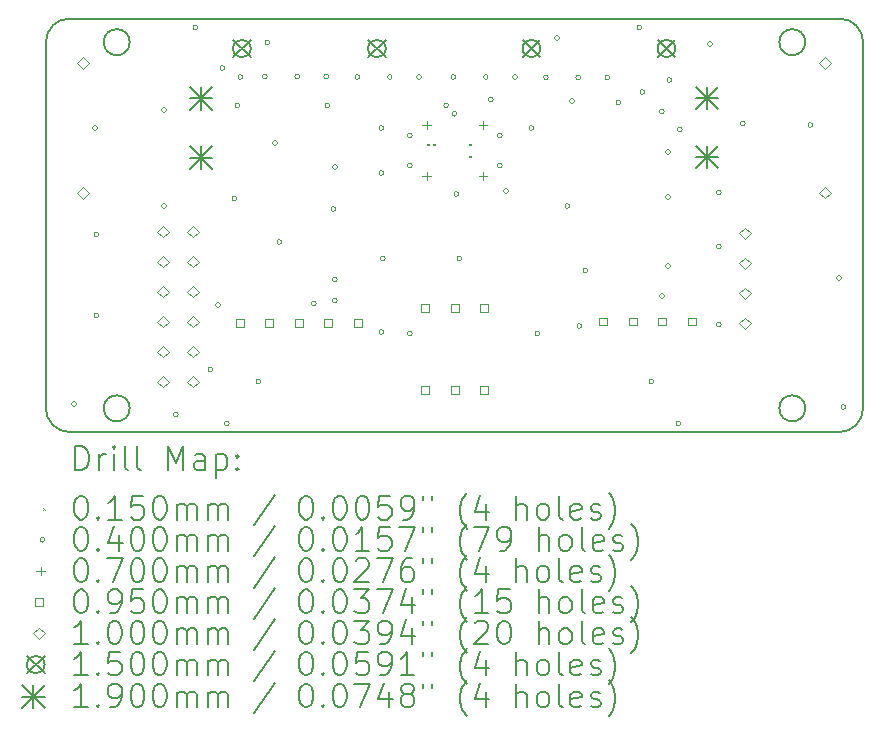
<source format=gbr>
%TF.GenerationSoftware,KiCad,Pcbnew,7.0.11*%
%TF.CreationDate,2025-01-20T01:44:00+09:00*%
%TF.ProjectId,Relay,52656c61-792e-46b6-9963-61645f706362,rev?*%
%TF.SameCoordinates,Original*%
%TF.FileFunction,Drillmap*%
%TF.FilePolarity,Positive*%
%FSLAX45Y45*%
G04 Gerber Fmt 4.5, Leading zero omitted, Abs format (unit mm)*
G04 Created by KiCad (PCBNEW 7.0.11) date 2025-01-20 01:44:00*
%MOMM*%
%LPD*%
G01*
G04 APERTURE LIST*
%ADD10C,0.200000*%
%ADD11C,0.100000*%
%ADD12C,0.150000*%
%ADD13C,0.190000*%
G04 APERTURE END LIST*
D10*
X11776701Y-7337700D02*
X11776701Y-10437700D01*
X18696499Y-10437700D02*
X18696499Y-7337700D01*
X11776700Y-10437700D02*
G75*
G03*
X11976701Y-10637700I200000J0D01*
G01*
X18496499Y-7137700D02*
X11976701Y-7137700D01*
X12486701Y-10437700D02*
G75*
G03*
X12266701Y-10437700I-110000J0D01*
G01*
X12266701Y-10437700D02*
G75*
G03*
X12486701Y-10437700I110000J0D01*
G01*
X18496499Y-10637699D02*
G75*
G03*
X18696499Y-10437700I1J199999D01*
G01*
X18206499Y-7337700D02*
G75*
G03*
X17986499Y-7337700I-110000J0D01*
G01*
X17986499Y-7337700D02*
G75*
G03*
X18206499Y-7337700I110000J0D01*
G01*
X12486701Y-7337700D02*
G75*
G03*
X12266701Y-7337700I-110000J0D01*
G01*
X12266701Y-7337700D02*
G75*
G03*
X12486701Y-7337700I110000J0D01*
G01*
X18206499Y-10437700D02*
G75*
G03*
X17986499Y-10437700I-110000J0D01*
G01*
X17986499Y-10437700D02*
G75*
G03*
X18206499Y-10437700I110000J0D01*
G01*
X11976701Y-10637700D02*
X18496499Y-10637700D01*
X18696500Y-7337700D02*
G75*
G03*
X18496499Y-7137700I-200000J0D01*
G01*
X11976701Y-7137701D02*
G75*
G03*
X11776701Y-7337700I-1J-199999D01*
G01*
D11*
X15007500Y-8196700D02*
X15022500Y-8211700D01*
X15022500Y-8196700D02*
X15007500Y-8211700D01*
X15057500Y-8196700D02*
X15072500Y-8211700D01*
X15072500Y-8196700D02*
X15057500Y-8211700D01*
X15357500Y-8196700D02*
X15372500Y-8211700D01*
X15372500Y-8196700D02*
X15357500Y-8211700D01*
X15357500Y-8298300D02*
X15372500Y-8313300D01*
X15372500Y-8298300D02*
X15357500Y-8313300D01*
X12034200Y-10401300D02*
G75*
G03*
X11994200Y-10401300I-20000J0D01*
G01*
X11994200Y-10401300D02*
G75*
G03*
X12034200Y-10401300I20000J0D01*
G01*
X12212000Y-8064500D02*
G75*
G03*
X12172000Y-8064500I-20000J0D01*
G01*
X12172000Y-8064500D02*
G75*
G03*
X12212000Y-8064500I20000J0D01*
G01*
X12224700Y-8966200D02*
G75*
G03*
X12184700Y-8966200I-20000J0D01*
G01*
X12184700Y-8966200D02*
G75*
G03*
X12224700Y-8966200I20000J0D01*
G01*
X12224700Y-9652000D02*
G75*
G03*
X12184700Y-9652000I-20000J0D01*
G01*
X12184700Y-9652000D02*
G75*
G03*
X12224700Y-9652000I20000J0D01*
G01*
X12796200Y-7912100D02*
G75*
G03*
X12756200Y-7912100I-20000J0D01*
G01*
X12756200Y-7912100D02*
G75*
G03*
X12796200Y-7912100I20000J0D01*
G01*
X12796200Y-8724900D02*
G75*
G03*
X12756200Y-8724900I-20000J0D01*
G01*
X12756200Y-8724900D02*
G75*
G03*
X12796200Y-8724900I20000J0D01*
G01*
X12897800Y-10490200D02*
G75*
G03*
X12857800Y-10490200I-20000J0D01*
G01*
X12857800Y-10490200D02*
G75*
G03*
X12897800Y-10490200I20000J0D01*
G01*
X13062900Y-7213600D02*
G75*
G03*
X13022900Y-7213600I-20000J0D01*
G01*
X13022900Y-7213600D02*
G75*
G03*
X13062900Y-7213600I20000J0D01*
G01*
X13189900Y-10109200D02*
G75*
G03*
X13149900Y-10109200I-20000J0D01*
G01*
X13149900Y-10109200D02*
G75*
G03*
X13189900Y-10109200I20000J0D01*
G01*
X13253400Y-9563100D02*
G75*
G03*
X13213400Y-9563100I-20000J0D01*
G01*
X13213400Y-9563100D02*
G75*
G03*
X13253400Y-9563100I20000J0D01*
G01*
X13291500Y-7556500D02*
G75*
G03*
X13251500Y-7556500I-20000J0D01*
G01*
X13251500Y-7556500D02*
G75*
G03*
X13291500Y-7556500I20000J0D01*
G01*
X13329600Y-10566400D02*
G75*
G03*
X13289600Y-10566400I-20000J0D01*
G01*
X13289600Y-10566400D02*
G75*
G03*
X13329600Y-10566400I20000J0D01*
G01*
X13393100Y-8661400D02*
G75*
G03*
X13353100Y-8661400I-20000J0D01*
G01*
X13353100Y-8661400D02*
G75*
G03*
X13393100Y-8661400I20000J0D01*
G01*
X13418500Y-7874000D02*
G75*
G03*
X13378500Y-7874000I-20000J0D01*
G01*
X13378500Y-7874000D02*
G75*
G03*
X13418500Y-7874000I20000J0D01*
G01*
X13443900Y-7632700D02*
G75*
G03*
X13403900Y-7632700I-20000J0D01*
G01*
X13403900Y-7632700D02*
G75*
G03*
X13443900Y-7632700I20000J0D01*
G01*
X13596300Y-10210800D02*
G75*
G03*
X13556300Y-10210800I-20000J0D01*
G01*
X13556300Y-10210800D02*
G75*
G03*
X13596300Y-10210800I20000J0D01*
G01*
X13650800Y-7629000D02*
G75*
G03*
X13610800Y-7629000I-20000J0D01*
G01*
X13610800Y-7629000D02*
G75*
G03*
X13650800Y-7629000I20000J0D01*
G01*
X13672500Y-7340600D02*
G75*
G03*
X13632500Y-7340600I-20000J0D01*
G01*
X13632500Y-7340600D02*
G75*
G03*
X13672500Y-7340600I20000J0D01*
G01*
X13736000Y-8191500D02*
G75*
G03*
X13696000Y-8191500I-20000J0D01*
G01*
X13696000Y-8191500D02*
G75*
G03*
X13736000Y-8191500I20000J0D01*
G01*
X13774100Y-9029700D02*
G75*
G03*
X13734100Y-9029700I-20000J0D01*
G01*
X13734100Y-9029700D02*
G75*
G03*
X13774100Y-9029700I20000J0D01*
G01*
X13924900Y-7629000D02*
G75*
G03*
X13884900Y-7629000I-20000J0D01*
G01*
X13884900Y-7629000D02*
G75*
G03*
X13924900Y-7629000I20000J0D01*
G01*
X14066200Y-9550400D02*
G75*
G03*
X14026200Y-9550400I-20000J0D01*
G01*
X14026200Y-9550400D02*
G75*
G03*
X14066200Y-9550400I20000J0D01*
G01*
X14171500Y-7629000D02*
G75*
G03*
X14131500Y-7629000I-20000J0D01*
G01*
X14131500Y-7629000D02*
G75*
G03*
X14171500Y-7629000I20000J0D01*
G01*
X14180500Y-7874000D02*
G75*
G03*
X14140500Y-7874000I-20000J0D01*
G01*
X14140500Y-7874000D02*
G75*
G03*
X14180500Y-7874000I20000J0D01*
G01*
X14231300Y-8750300D02*
G75*
G03*
X14191300Y-8750300I-20000J0D01*
G01*
X14191300Y-8750300D02*
G75*
G03*
X14231300Y-8750300I20000J0D01*
G01*
X14244000Y-8394700D02*
G75*
G03*
X14204000Y-8394700I-20000J0D01*
G01*
X14204000Y-8394700D02*
G75*
G03*
X14244000Y-8394700I20000J0D01*
G01*
X14244000Y-9347200D02*
G75*
G03*
X14204000Y-9347200I-20000J0D01*
G01*
X14204000Y-9347200D02*
G75*
G03*
X14244000Y-9347200I20000J0D01*
G01*
X14244000Y-9525000D02*
G75*
G03*
X14204000Y-9525000I-20000J0D01*
G01*
X14204000Y-9525000D02*
G75*
G03*
X14244000Y-9525000I20000J0D01*
G01*
X14434500Y-7632700D02*
G75*
G03*
X14394500Y-7632700I-20000J0D01*
G01*
X14394500Y-7632700D02*
G75*
G03*
X14434500Y-7632700I20000J0D01*
G01*
X14637700Y-8064500D02*
G75*
G03*
X14597700Y-8064500I-20000J0D01*
G01*
X14597700Y-8064500D02*
G75*
G03*
X14637700Y-8064500I20000J0D01*
G01*
X14637700Y-8445500D02*
G75*
G03*
X14597700Y-8445500I-20000J0D01*
G01*
X14597700Y-8445500D02*
G75*
G03*
X14637700Y-8445500I20000J0D01*
G01*
X14637700Y-9791700D02*
G75*
G03*
X14597700Y-9791700I-20000J0D01*
G01*
X14597700Y-9791700D02*
G75*
G03*
X14637700Y-9791700I20000J0D01*
G01*
X14650400Y-9169400D02*
G75*
G03*
X14610400Y-9169400I-20000J0D01*
G01*
X14610400Y-9169400D02*
G75*
G03*
X14650400Y-9169400I20000J0D01*
G01*
X14708600Y-7632700D02*
G75*
G03*
X14668600Y-7632700I-20000J0D01*
G01*
X14668600Y-7632700D02*
G75*
G03*
X14708600Y-7632700I20000J0D01*
G01*
X14879000Y-8128000D02*
G75*
G03*
X14839000Y-8128000I-20000J0D01*
G01*
X14839000Y-8128000D02*
G75*
G03*
X14879000Y-8128000I20000J0D01*
G01*
X14879000Y-8382000D02*
G75*
G03*
X14839000Y-8382000I-20000J0D01*
G01*
X14839000Y-8382000D02*
G75*
G03*
X14879000Y-8382000I20000J0D01*
G01*
X14879000Y-9804400D02*
G75*
G03*
X14839000Y-9804400I-20000J0D01*
G01*
X14839000Y-9804400D02*
G75*
G03*
X14879000Y-9804400I20000J0D01*
G01*
X14955200Y-7632700D02*
G75*
G03*
X14915200Y-7632700I-20000J0D01*
G01*
X14915200Y-7632700D02*
G75*
G03*
X14955200Y-7632700I20000J0D01*
G01*
X15185070Y-7872730D02*
G75*
G03*
X15145070Y-7872730I-20000J0D01*
G01*
X15145070Y-7872730D02*
G75*
G03*
X15185070Y-7872730I20000J0D01*
G01*
X15247300Y-7632700D02*
G75*
G03*
X15207300Y-7632700I-20000J0D01*
G01*
X15207300Y-7632700D02*
G75*
G03*
X15247300Y-7632700I20000J0D01*
G01*
X15255781Y-7943441D02*
G75*
G03*
X15215781Y-7943441I-20000J0D01*
G01*
X15215781Y-7943441D02*
G75*
G03*
X15255781Y-7943441I20000J0D01*
G01*
X15272700Y-8623300D02*
G75*
G03*
X15232700Y-8623300I-20000J0D01*
G01*
X15232700Y-8623300D02*
G75*
G03*
X15272700Y-8623300I20000J0D01*
G01*
X15298100Y-9169400D02*
G75*
G03*
X15258100Y-9169400I-20000J0D01*
G01*
X15258100Y-9169400D02*
G75*
G03*
X15298100Y-9169400I20000J0D01*
G01*
X15521400Y-7632700D02*
G75*
G03*
X15481400Y-7632700I-20000J0D01*
G01*
X15481400Y-7632700D02*
G75*
G03*
X15521400Y-7632700I20000J0D01*
G01*
X15564800Y-7823200D02*
G75*
G03*
X15524800Y-7823200I-20000J0D01*
G01*
X15524800Y-7823200D02*
G75*
G03*
X15564800Y-7823200I20000J0D01*
G01*
X15641000Y-8128000D02*
G75*
G03*
X15601000Y-8128000I-20000J0D01*
G01*
X15601000Y-8128000D02*
G75*
G03*
X15641000Y-8128000I20000J0D01*
G01*
X15641000Y-8382000D02*
G75*
G03*
X15601000Y-8382000I-20000J0D01*
G01*
X15601000Y-8382000D02*
G75*
G03*
X15641000Y-8382000I20000J0D01*
G01*
X15691800Y-8597900D02*
G75*
G03*
X15651800Y-8597900I-20000J0D01*
G01*
X15651800Y-8597900D02*
G75*
G03*
X15691800Y-8597900I20000J0D01*
G01*
X15768000Y-7632700D02*
G75*
G03*
X15728000Y-7632700I-20000J0D01*
G01*
X15728000Y-7632700D02*
G75*
G03*
X15768000Y-7632700I20000J0D01*
G01*
X15907700Y-8064500D02*
G75*
G03*
X15867700Y-8064500I-20000J0D01*
G01*
X15867700Y-8064500D02*
G75*
G03*
X15907700Y-8064500I20000J0D01*
G01*
X15958500Y-9804400D02*
G75*
G03*
X15918500Y-9804400I-20000J0D01*
G01*
X15918500Y-9804400D02*
G75*
G03*
X15958500Y-9804400I20000J0D01*
G01*
X16031000Y-7636400D02*
G75*
G03*
X15991000Y-7636400I-20000J0D01*
G01*
X15991000Y-7636400D02*
G75*
G03*
X16031000Y-7636400I20000J0D01*
G01*
X16123600Y-7302500D02*
G75*
G03*
X16083600Y-7302500I-20000J0D01*
G01*
X16083600Y-7302500D02*
G75*
G03*
X16123600Y-7302500I20000J0D01*
G01*
X16212500Y-8724900D02*
G75*
G03*
X16172500Y-8724900I-20000J0D01*
G01*
X16172500Y-8724900D02*
G75*
G03*
X16212500Y-8724900I20000J0D01*
G01*
X16250600Y-7835900D02*
G75*
G03*
X16210600Y-7835900I-20000J0D01*
G01*
X16210600Y-7835900D02*
G75*
G03*
X16250600Y-7835900I20000J0D01*
G01*
X16305100Y-7636400D02*
G75*
G03*
X16265100Y-7636400I-20000J0D01*
G01*
X16265100Y-7636400D02*
G75*
G03*
X16305100Y-7636400I20000J0D01*
G01*
X16314100Y-9740900D02*
G75*
G03*
X16274100Y-9740900I-20000J0D01*
G01*
X16274100Y-9740900D02*
G75*
G03*
X16314100Y-9740900I20000J0D01*
G01*
X16364900Y-9271000D02*
G75*
G03*
X16324900Y-9271000I-20000J0D01*
G01*
X16324900Y-9271000D02*
G75*
G03*
X16364900Y-9271000I20000J0D01*
G01*
X16551700Y-7636400D02*
G75*
G03*
X16511700Y-7636400I-20000J0D01*
G01*
X16511700Y-7636400D02*
G75*
G03*
X16551700Y-7636400I20000J0D01*
G01*
X16644300Y-7848600D02*
G75*
G03*
X16604300Y-7848600I-20000J0D01*
G01*
X16604300Y-7848600D02*
G75*
G03*
X16644300Y-7848600I20000J0D01*
G01*
X16822100Y-7213600D02*
G75*
G03*
X16782100Y-7213600I-20000J0D01*
G01*
X16782100Y-7213600D02*
G75*
G03*
X16822100Y-7213600I20000J0D01*
G01*
X16847500Y-7759700D02*
G75*
G03*
X16807500Y-7759700I-20000J0D01*
G01*
X16807500Y-7759700D02*
G75*
G03*
X16847500Y-7759700I20000J0D01*
G01*
X16923700Y-10210800D02*
G75*
G03*
X16883700Y-10210800I-20000J0D01*
G01*
X16883700Y-10210800D02*
G75*
G03*
X16923700Y-10210800I20000J0D01*
G01*
X17012600Y-7924800D02*
G75*
G03*
X16972600Y-7924800I-20000J0D01*
G01*
X16972600Y-7924800D02*
G75*
G03*
X17012600Y-7924800I20000J0D01*
G01*
X17012600Y-9486900D02*
G75*
G03*
X16972600Y-9486900I-20000J0D01*
G01*
X16972600Y-9486900D02*
G75*
G03*
X17012600Y-9486900I20000J0D01*
G01*
X17063400Y-8267700D02*
G75*
G03*
X17023400Y-8267700I-20000J0D01*
G01*
X17023400Y-8267700D02*
G75*
G03*
X17063400Y-8267700I20000J0D01*
G01*
X17063400Y-8648700D02*
G75*
G03*
X17023400Y-8648700I-20000J0D01*
G01*
X17023400Y-8648700D02*
G75*
G03*
X17063400Y-8648700I20000J0D01*
G01*
X17063400Y-9232900D02*
G75*
G03*
X17023400Y-9232900I-20000J0D01*
G01*
X17023400Y-9232900D02*
G75*
G03*
X17063400Y-9232900I20000J0D01*
G01*
X17076100Y-7658100D02*
G75*
G03*
X17036100Y-7658100I-20000J0D01*
G01*
X17036100Y-7658100D02*
G75*
G03*
X17076100Y-7658100I20000J0D01*
G01*
X17152300Y-10566400D02*
G75*
G03*
X17112300Y-10566400I-20000J0D01*
G01*
X17112300Y-10566400D02*
G75*
G03*
X17152300Y-10566400I20000J0D01*
G01*
X17165000Y-8077200D02*
G75*
G03*
X17125000Y-8077200I-20000J0D01*
G01*
X17125000Y-8077200D02*
G75*
G03*
X17165000Y-8077200I20000J0D01*
G01*
X17419000Y-7353300D02*
G75*
G03*
X17379000Y-7353300I-20000J0D01*
G01*
X17379000Y-7353300D02*
G75*
G03*
X17419000Y-7353300I20000J0D01*
G01*
X17495200Y-8610600D02*
G75*
G03*
X17455200Y-8610600I-20000J0D01*
G01*
X17455200Y-8610600D02*
G75*
G03*
X17495200Y-8610600I20000J0D01*
G01*
X17495200Y-9067800D02*
G75*
G03*
X17455200Y-9067800I-20000J0D01*
G01*
X17455200Y-9067800D02*
G75*
G03*
X17495200Y-9067800I20000J0D01*
G01*
X17495200Y-9728200D02*
G75*
G03*
X17455200Y-9728200I-20000J0D01*
G01*
X17455200Y-9728200D02*
G75*
G03*
X17495200Y-9728200I20000J0D01*
G01*
X17698400Y-8026400D02*
G75*
G03*
X17658400Y-8026400I-20000J0D01*
G01*
X17658400Y-8026400D02*
G75*
G03*
X17698400Y-8026400I20000J0D01*
G01*
X18269900Y-8039100D02*
G75*
G03*
X18229900Y-8039100I-20000J0D01*
G01*
X18229900Y-8039100D02*
G75*
G03*
X18269900Y-8039100I20000J0D01*
G01*
X18511200Y-9334500D02*
G75*
G03*
X18471200Y-9334500I-20000J0D01*
G01*
X18471200Y-9334500D02*
G75*
G03*
X18511200Y-9334500I20000J0D01*
G01*
X18549300Y-10426700D02*
G75*
G03*
X18509300Y-10426700I-20000J0D01*
G01*
X18509300Y-10426700D02*
G75*
G03*
X18549300Y-10426700I20000J0D01*
G01*
X15000000Y-8005000D02*
X15000000Y-8075000D01*
X14965000Y-8040000D02*
X15035000Y-8040000D01*
X15000000Y-8435000D02*
X15000000Y-8505000D01*
X14965000Y-8470000D02*
X15035000Y-8470000D01*
X15480000Y-8005000D02*
X15480000Y-8075000D01*
X15445000Y-8040000D02*
X15515000Y-8040000D01*
X15480000Y-8435000D02*
X15480000Y-8505000D01*
X15445000Y-8470000D02*
X15515000Y-8470000D01*
X13452788Y-9746988D02*
X13452788Y-9679812D01*
X13385612Y-9679812D01*
X13385612Y-9746988D01*
X13452788Y-9746988D01*
X13702788Y-9746988D02*
X13702788Y-9679812D01*
X13635612Y-9679812D01*
X13635612Y-9746988D01*
X13702788Y-9746988D01*
X13952788Y-9746988D02*
X13952788Y-9679812D01*
X13885612Y-9679812D01*
X13885612Y-9746988D01*
X13952788Y-9746988D01*
X14202788Y-9746988D02*
X14202788Y-9679812D01*
X14135612Y-9679812D01*
X14135612Y-9746988D01*
X14202788Y-9746988D01*
X14452788Y-9746988D02*
X14452788Y-9679812D01*
X14385612Y-9679812D01*
X14385612Y-9746988D01*
X14452788Y-9746988D01*
X15023588Y-9623788D02*
X15023588Y-9556612D01*
X14956412Y-9556612D01*
X14956412Y-9623788D01*
X15023588Y-9623788D01*
X15023588Y-10318888D02*
X15023588Y-10251712D01*
X14956412Y-10251712D01*
X14956412Y-10318888D01*
X15023588Y-10318888D01*
X15273588Y-9623788D02*
X15273588Y-9556612D01*
X15206412Y-9556612D01*
X15206412Y-9623788D01*
X15273588Y-9623788D01*
X15273588Y-10318888D02*
X15273588Y-10251712D01*
X15206412Y-10251712D01*
X15206412Y-10318888D01*
X15273588Y-10318888D01*
X15523588Y-9623788D02*
X15523588Y-9556612D01*
X15456412Y-9556612D01*
X15456412Y-9623788D01*
X15523588Y-9623788D01*
X15523588Y-10318888D02*
X15523588Y-10251712D01*
X15456412Y-10251712D01*
X15456412Y-10318888D01*
X15523588Y-10318888D01*
X16530188Y-9736388D02*
X16530188Y-9669212D01*
X16463012Y-9669212D01*
X16463012Y-9736388D01*
X16530188Y-9736388D01*
X16780188Y-9736388D02*
X16780188Y-9669212D01*
X16713012Y-9669212D01*
X16713012Y-9736388D01*
X16780188Y-9736388D01*
X17030188Y-9736388D02*
X17030188Y-9669212D01*
X16963012Y-9669212D01*
X16963012Y-9736388D01*
X17030188Y-9736388D01*
X17280188Y-9736388D02*
X17280188Y-9669212D01*
X17213012Y-9669212D01*
X17213012Y-9736388D01*
X17280188Y-9736388D01*
X12089700Y-7564500D02*
X12139700Y-7514500D01*
X12089700Y-7464500D01*
X12039700Y-7514500D01*
X12089700Y-7564500D01*
X12089700Y-8664500D02*
X12139700Y-8614500D01*
X12089700Y-8564500D01*
X12039700Y-8614500D01*
X12089700Y-8664500D01*
X12767200Y-8990800D02*
X12817200Y-8940800D01*
X12767200Y-8890800D01*
X12717200Y-8940800D01*
X12767200Y-8990800D01*
X12767200Y-9244800D02*
X12817200Y-9194800D01*
X12767200Y-9144800D01*
X12717200Y-9194800D01*
X12767200Y-9244800D01*
X12767200Y-9498800D02*
X12817200Y-9448800D01*
X12767200Y-9398800D01*
X12717200Y-9448800D01*
X12767200Y-9498800D01*
X12767200Y-9752800D02*
X12817200Y-9702800D01*
X12767200Y-9652800D01*
X12717200Y-9702800D01*
X12767200Y-9752800D01*
X12767200Y-10006800D02*
X12817200Y-9956800D01*
X12767200Y-9906800D01*
X12717200Y-9956800D01*
X12767200Y-10006800D01*
X12767200Y-10260800D02*
X12817200Y-10210800D01*
X12767200Y-10160800D01*
X12717200Y-10210800D01*
X12767200Y-10260800D01*
X13021200Y-8990800D02*
X13071200Y-8940800D01*
X13021200Y-8890800D01*
X12971200Y-8940800D01*
X13021200Y-8990800D01*
X13021200Y-9244800D02*
X13071200Y-9194800D01*
X13021200Y-9144800D01*
X12971200Y-9194800D01*
X13021200Y-9244800D01*
X13021200Y-9498800D02*
X13071200Y-9448800D01*
X13021200Y-9398800D01*
X12971200Y-9448800D01*
X13021200Y-9498800D01*
X13021200Y-9752800D02*
X13071200Y-9702800D01*
X13021200Y-9652800D01*
X12971200Y-9702800D01*
X13021200Y-9752800D01*
X13021200Y-10006800D02*
X13071200Y-9956800D01*
X13021200Y-9906800D01*
X12971200Y-9956800D01*
X13021200Y-10006800D01*
X13021200Y-10260800D02*
X13071200Y-10210800D01*
X13021200Y-10160800D01*
X12971200Y-10210800D01*
X13021200Y-10260800D01*
X17695600Y-9007500D02*
X17745600Y-8957500D01*
X17695600Y-8907500D01*
X17645600Y-8957500D01*
X17695600Y-9007500D01*
X17695600Y-9261500D02*
X17745600Y-9211500D01*
X17695600Y-9161500D01*
X17645600Y-9211500D01*
X17695600Y-9261500D01*
X17695600Y-9515500D02*
X17745600Y-9465500D01*
X17695600Y-9415500D01*
X17645600Y-9465500D01*
X17695600Y-9515500D01*
X17695600Y-9769500D02*
X17745600Y-9719500D01*
X17695600Y-9669500D01*
X17645600Y-9719500D01*
X17695600Y-9769500D01*
X18376900Y-7560600D02*
X18426900Y-7510600D01*
X18376900Y-7460600D01*
X18326900Y-7510600D01*
X18376900Y-7560600D01*
X18376900Y-8660600D02*
X18426900Y-8610600D01*
X18376900Y-8560600D01*
X18326900Y-8610600D01*
X18376900Y-8660600D01*
D12*
X13361600Y-7316400D02*
X13511600Y-7466400D01*
X13511600Y-7316400D02*
X13361600Y-7466400D01*
X13511600Y-7391400D02*
G75*
G03*
X13361600Y-7391400I-75000J0D01*
G01*
X13361600Y-7391400D02*
G75*
G03*
X13511600Y-7391400I75000J0D01*
G01*
X14504600Y-7316400D02*
X14654600Y-7466400D01*
X14654600Y-7316400D02*
X14504600Y-7466400D01*
X14654600Y-7391400D02*
G75*
G03*
X14504600Y-7391400I-75000J0D01*
G01*
X14504600Y-7391400D02*
G75*
G03*
X14654600Y-7391400I75000J0D01*
G01*
X15812700Y-7315600D02*
X15962700Y-7465600D01*
X15962700Y-7315600D02*
X15812700Y-7465600D01*
X15962700Y-7390600D02*
G75*
G03*
X15812700Y-7390600I-75000J0D01*
G01*
X15812700Y-7390600D02*
G75*
G03*
X15962700Y-7390600I75000J0D01*
G01*
X16955700Y-7315600D02*
X17105700Y-7465600D01*
X17105700Y-7315600D02*
X16955700Y-7465600D01*
X17105700Y-7390600D02*
G75*
G03*
X16955700Y-7390600I-75000J0D01*
G01*
X16955700Y-7390600D02*
G75*
G03*
X17105700Y-7390600I75000J0D01*
G01*
D13*
X12994700Y-7719500D02*
X13184700Y-7909500D01*
X13184700Y-7719500D02*
X12994700Y-7909500D01*
X13089700Y-7719500D02*
X13089700Y-7909500D01*
X12994700Y-7814500D02*
X13184700Y-7814500D01*
X12994700Y-8219500D02*
X13184700Y-8409500D01*
X13184700Y-8219500D02*
X12994700Y-8409500D01*
X13089700Y-8219500D02*
X13089700Y-8409500D01*
X12994700Y-8314500D02*
X13184700Y-8314500D01*
X17281900Y-7715600D02*
X17471900Y-7905600D01*
X17471900Y-7715600D02*
X17281900Y-7905600D01*
X17376900Y-7715600D02*
X17376900Y-7905600D01*
X17281900Y-7810600D02*
X17471900Y-7810600D01*
X17281900Y-8215600D02*
X17471900Y-8405600D01*
X17471900Y-8215600D02*
X17281900Y-8405600D01*
X17376900Y-8215600D02*
X17376900Y-8405600D01*
X17281900Y-8310600D02*
X17471900Y-8310600D01*
D10*
X12027478Y-10959184D02*
X12027478Y-10759184D01*
X12027478Y-10759184D02*
X12075097Y-10759184D01*
X12075097Y-10759184D02*
X12103668Y-10768708D01*
X12103668Y-10768708D02*
X12122716Y-10787755D01*
X12122716Y-10787755D02*
X12132240Y-10806803D01*
X12132240Y-10806803D02*
X12141763Y-10844898D01*
X12141763Y-10844898D02*
X12141763Y-10873470D01*
X12141763Y-10873470D02*
X12132240Y-10911565D01*
X12132240Y-10911565D02*
X12122716Y-10930612D01*
X12122716Y-10930612D02*
X12103668Y-10949660D01*
X12103668Y-10949660D02*
X12075097Y-10959184D01*
X12075097Y-10959184D02*
X12027478Y-10959184D01*
X12227478Y-10959184D02*
X12227478Y-10825850D01*
X12227478Y-10863946D02*
X12237002Y-10844898D01*
X12237002Y-10844898D02*
X12246525Y-10835374D01*
X12246525Y-10835374D02*
X12265573Y-10825850D01*
X12265573Y-10825850D02*
X12284621Y-10825850D01*
X12351287Y-10959184D02*
X12351287Y-10825850D01*
X12351287Y-10759184D02*
X12341763Y-10768708D01*
X12341763Y-10768708D02*
X12351287Y-10778231D01*
X12351287Y-10778231D02*
X12360811Y-10768708D01*
X12360811Y-10768708D02*
X12351287Y-10759184D01*
X12351287Y-10759184D02*
X12351287Y-10778231D01*
X12475097Y-10959184D02*
X12456049Y-10949660D01*
X12456049Y-10949660D02*
X12446525Y-10930612D01*
X12446525Y-10930612D02*
X12446525Y-10759184D01*
X12579859Y-10959184D02*
X12560811Y-10949660D01*
X12560811Y-10949660D02*
X12551287Y-10930612D01*
X12551287Y-10930612D02*
X12551287Y-10759184D01*
X12808430Y-10959184D02*
X12808430Y-10759184D01*
X12808430Y-10759184D02*
X12875097Y-10902041D01*
X12875097Y-10902041D02*
X12941763Y-10759184D01*
X12941763Y-10759184D02*
X12941763Y-10959184D01*
X13122716Y-10959184D02*
X13122716Y-10854422D01*
X13122716Y-10854422D02*
X13113192Y-10835374D01*
X13113192Y-10835374D02*
X13094144Y-10825850D01*
X13094144Y-10825850D02*
X13056049Y-10825850D01*
X13056049Y-10825850D02*
X13037002Y-10835374D01*
X13122716Y-10949660D02*
X13103668Y-10959184D01*
X13103668Y-10959184D02*
X13056049Y-10959184D01*
X13056049Y-10959184D02*
X13037002Y-10949660D01*
X13037002Y-10949660D02*
X13027478Y-10930612D01*
X13027478Y-10930612D02*
X13027478Y-10911565D01*
X13027478Y-10911565D02*
X13037002Y-10892517D01*
X13037002Y-10892517D02*
X13056049Y-10882993D01*
X13056049Y-10882993D02*
X13103668Y-10882993D01*
X13103668Y-10882993D02*
X13122716Y-10873470D01*
X13217954Y-10825850D02*
X13217954Y-11025850D01*
X13217954Y-10835374D02*
X13237002Y-10825850D01*
X13237002Y-10825850D02*
X13275097Y-10825850D01*
X13275097Y-10825850D02*
X13294144Y-10835374D01*
X13294144Y-10835374D02*
X13303668Y-10844898D01*
X13303668Y-10844898D02*
X13313192Y-10863946D01*
X13313192Y-10863946D02*
X13313192Y-10921089D01*
X13313192Y-10921089D02*
X13303668Y-10940136D01*
X13303668Y-10940136D02*
X13294144Y-10949660D01*
X13294144Y-10949660D02*
X13275097Y-10959184D01*
X13275097Y-10959184D02*
X13237002Y-10959184D01*
X13237002Y-10959184D02*
X13217954Y-10949660D01*
X13398906Y-10940136D02*
X13408430Y-10949660D01*
X13408430Y-10949660D02*
X13398906Y-10959184D01*
X13398906Y-10959184D02*
X13389383Y-10949660D01*
X13389383Y-10949660D02*
X13398906Y-10940136D01*
X13398906Y-10940136D02*
X13398906Y-10959184D01*
X13398906Y-10835374D02*
X13408430Y-10844898D01*
X13408430Y-10844898D02*
X13398906Y-10854422D01*
X13398906Y-10854422D02*
X13389383Y-10844898D01*
X13389383Y-10844898D02*
X13398906Y-10835374D01*
X13398906Y-10835374D02*
X13398906Y-10854422D01*
D11*
X11751701Y-11280200D02*
X11766701Y-11295200D01*
X11766701Y-11280200D02*
X11751701Y-11295200D01*
D10*
X12065573Y-11179184D02*
X12084621Y-11179184D01*
X12084621Y-11179184D02*
X12103668Y-11188708D01*
X12103668Y-11188708D02*
X12113192Y-11198231D01*
X12113192Y-11198231D02*
X12122716Y-11217279D01*
X12122716Y-11217279D02*
X12132240Y-11255374D01*
X12132240Y-11255374D02*
X12132240Y-11302993D01*
X12132240Y-11302993D02*
X12122716Y-11341088D01*
X12122716Y-11341088D02*
X12113192Y-11360136D01*
X12113192Y-11360136D02*
X12103668Y-11369660D01*
X12103668Y-11369660D02*
X12084621Y-11379184D01*
X12084621Y-11379184D02*
X12065573Y-11379184D01*
X12065573Y-11379184D02*
X12046525Y-11369660D01*
X12046525Y-11369660D02*
X12037002Y-11360136D01*
X12037002Y-11360136D02*
X12027478Y-11341088D01*
X12027478Y-11341088D02*
X12017954Y-11302993D01*
X12017954Y-11302993D02*
X12017954Y-11255374D01*
X12017954Y-11255374D02*
X12027478Y-11217279D01*
X12027478Y-11217279D02*
X12037002Y-11198231D01*
X12037002Y-11198231D02*
X12046525Y-11188708D01*
X12046525Y-11188708D02*
X12065573Y-11179184D01*
X12217954Y-11360136D02*
X12227478Y-11369660D01*
X12227478Y-11369660D02*
X12217954Y-11379184D01*
X12217954Y-11379184D02*
X12208430Y-11369660D01*
X12208430Y-11369660D02*
X12217954Y-11360136D01*
X12217954Y-11360136D02*
X12217954Y-11379184D01*
X12417954Y-11379184D02*
X12303668Y-11379184D01*
X12360811Y-11379184D02*
X12360811Y-11179184D01*
X12360811Y-11179184D02*
X12341763Y-11207755D01*
X12341763Y-11207755D02*
X12322716Y-11226803D01*
X12322716Y-11226803D02*
X12303668Y-11236327D01*
X12598906Y-11179184D02*
X12503668Y-11179184D01*
X12503668Y-11179184D02*
X12494144Y-11274422D01*
X12494144Y-11274422D02*
X12503668Y-11264898D01*
X12503668Y-11264898D02*
X12522716Y-11255374D01*
X12522716Y-11255374D02*
X12570335Y-11255374D01*
X12570335Y-11255374D02*
X12589383Y-11264898D01*
X12589383Y-11264898D02*
X12598906Y-11274422D01*
X12598906Y-11274422D02*
X12608430Y-11293469D01*
X12608430Y-11293469D02*
X12608430Y-11341088D01*
X12608430Y-11341088D02*
X12598906Y-11360136D01*
X12598906Y-11360136D02*
X12589383Y-11369660D01*
X12589383Y-11369660D02*
X12570335Y-11379184D01*
X12570335Y-11379184D02*
X12522716Y-11379184D01*
X12522716Y-11379184D02*
X12503668Y-11369660D01*
X12503668Y-11369660D02*
X12494144Y-11360136D01*
X12732240Y-11179184D02*
X12751287Y-11179184D01*
X12751287Y-11179184D02*
X12770335Y-11188708D01*
X12770335Y-11188708D02*
X12779859Y-11198231D01*
X12779859Y-11198231D02*
X12789383Y-11217279D01*
X12789383Y-11217279D02*
X12798906Y-11255374D01*
X12798906Y-11255374D02*
X12798906Y-11302993D01*
X12798906Y-11302993D02*
X12789383Y-11341088D01*
X12789383Y-11341088D02*
X12779859Y-11360136D01*
X12779859Y-11360136D02*
X12770335Y-11369660D01*
X12770335Y-11369660D02*
X12751287Y-11379184D01*
X12751287Y-11379184D02*
X12732240Y-11379184D01*
X12732240Y-11379184D02*
X12713192Y-11369660D01*
X12713192Y-11369660D02*
X12703668Y-11360136D01*
X12703668Y-11360136D02*
X12694144Y-11341088D01*
X12694144Y-11341088D02*
X12684621Y-11302993D01*
X12684621Y-11302993D02*
X12684621Y-11255374D01*
X12684621Y-11255374D02*
X12694144Y-11217279D01*
X12694144Y-11217279D02*
X12703668Y-11198231D01*
X12703668Y-11198231D02*
X12713192Y-11188708D01*
X12713192Y-11188708D02*
X12732240Y-11179184D01*
X12884621Y-11379184D02*
X12884621Y-11245850D01*
X12884621Y-11264898D02*
X12894144Y-11255374D01*
X12894144Y-11255374D02*
X12913192Y-11245850D01*
X12913192Y-11245850D02*
X12941764Y-11245850D01*
X12941764Y-11245850D02*
X12960811Y-11255374D01*
X12960811Y-11255374D02*
X12970335Y-11274422D01*
X12970335Y-11274422D02*
X12970335Y-11379184D01*
X12970335Y-11274422D02*
X12979859Y-11255374D01*
X12979859Y-11255374D02*
X12998906Y-11245850D01*
X12998906Y-11245850D02*
X13027478Y-11245850D01*
X13027478Y-11245850D02*
X13046525Y-11255374D01*
X13046525Y-11255374D02*
X13056049Y-11274422D01*
X13056049Y-11274422D02*
X13056049Y-11379184D01*
X13151287Y-11379184D02*
X13151287Y-11245850D01*
X13151287Y-11264898D02*
X13160811Y-11255374D01*
X13160811Y-11255374D02*
X13179859Y-11245850D01*
X13179859Y-11245850D02*
X13208430Y-11245850D01*
X13208430Y-11245850D02*
X13227478Y-11255374D01*
X13227478Y-11255374D02*
X13237002Y-11274422D01*
X13237002Y-11274422D02*
X13237002Y-11379184D01*
X13237002Y-11274422D02*
X13246525Y-11255374D01*
X13246525Y-11255374D02*
X13265573Y-11245850D01*
X13265573Y-11245850D02*
X13294144Y-11245850D01*
X13294144Y-11245850D02*
X13313192Y-11255374D01*
X13313192Y-11255374D02*
X13322716Y-11274422D01*
X13322716Y-11274422D02*
X13322716Y-11379184D01*
X13713192Y-11169660D02*
X13541764Y-11426803D01*
X13970335Y-11179184D02*
X13989383Y-11179184D01*
X13989383Y-11179184D02*
X14008430Y-11188708D01*
X14008430Y-11188708D02*
X14017954Y-11198231D01*
X14017954Y-11198231D02*
X14027478Y-11217279D01*
X14027478Y-11217279D02*
X14037002Y-11255374D01*
X14037002Y-11255374D02*
X14037002Y-11302993D01*
X14037002Y-11302993D02*
X14027478Y-11341088D01*
X14027478Y-11341088D02*
X14017954Y-11360136D01*
X14017954Y-11360136D02*
X14008430Y-11369660D01*
X14008430Y-11369660D02*
X13989383Y-11379184D01*
X13989383Y-11379184D02*
X13970335Y-11379184D01*
X13970335Y-11379184D02*
X13951287Y-11369660D01*
X13951287Y-11369660D02*
X13941764Y-11360136D01*
X13941764Y-11360136D02*
X13932240Y-11341088D01*
X13932240Y-11341088D02*
X13922716Y-11302993D01*
X13922716Y-11302993D02*
X13922716Y-11255374D01*
X13922716Y-11255374D02*
X13932240Y-11217279D01*
X13932240Y-11217279D02*
X13941764Y-11198231D01*
X13941764Y-11198231D02*
X13951287Y-11188708D01*
X13951287Y-11188708D02*
X13970335Y-11179184D01*
X14122716Y-11360136D02*
X14132240Y-11369660D01*
X14132240Y-11369660D02*
X14122716Y-11379184D01*
X14122716Y-11379184D02*
X14113192Y-11369660D01*
X14113192Y-11369660D02*
X14122716Y-11360136D01*
X14122716Y-11360136D02*
X14122716Y-11379184D01*
X14256049Y-11179184D02*
X14275097Y-11179184D01*
X14275097Y-11179184D02*
X14294145Y-11188708D01*
X14294145Y-11188708D02*
X14303668Y-11198231D01*
X14303668Y-11198231D02*
X14313192Y-11217279D01*
X14313192Y-11217279D02*
X14322716Y-11255374D01*
X14322716Y-11255374D02*
X14322716Y-11302993D01*
X14322716Y-11302993D02*
X14313192Y-11341088D01*
X14313192Y-11341088D02*
X14303668Y-11360136D01*
X14303668Y-11360136D02*
X14294145Y-11369660D01*
X14294145Y-11369660D02*
X14275097Y-11379184D01*
X14275097Y-11379184D02*
X14256049Y-11379184D01*
X14256049Y-11379184D02*
X14237002Y-11369660D01*
X14237002Y-11369660D02*
X14227478Y-11360136D01*
X14227478Y-11360136D02*
X14217954Y-11341088D01*
X14217954Y-11341088D02*
X14208430Y-11302993D01*
X14208430Y-11302993D02*
X14208430Y-11255374D01*
X14208430Y-11255374D02*
X14217954Y-11217279D01*
X14217954Y-11217279D02*
X14227478Y-11198231D01*
X14227478Y-11198231D02*
X14237002Y-11188708D01*
X14237002Y-11188708D02*
X14256049Y-11179184D01*
X14446526Y-11179184D02*
X14465573Y-11179184D01*
X14465573Y-11179184D02*
X14484621Y-11188708D01*
X14484621Y-11188708D02*
X14494145Y-11198231D01*
X14494145Y-11198231D02*
X14503668Y-11217279D01*
X14503668Y-11217279D02*
X14513192Y-11255374D01*
X14513192Y-11255374D02*
X14513192Y-11302993D01*
X14513192Y-11302993D02*
X14503668Y-11341088D01*
X14503668Y-11341088D02*
X14494145Y-11360136D01*
X14494145Y-11360136D02*
X14484621Y-11369660D01*
X14484621Y-11369660D02*
X14465573Y-11379184D01*
X14465573Y-11379184D02*
X14446526Y-11379184D01*
X14446526Y-11379184D02*
X14427478Y-11369660D01*
X14427478Y-11369660D02*
X14417954Y-11360136D01*
X14417954Y-11360136D02*
X14408430Y-11341088D01*
X14408430Y-11341088D02*
X14398907Y-11302993D01*
X14398907Y-11302993D02*
X14398907Y-11255374D01*
X14398907Y-11255374D02*
X14408430Y-11217279D01*
X14408430Y-11217279D02*
X14417954Y-11198231D01*
X14417954Y-11198231D02*
X14427478Y-11188708D01*
X14427478Y-11188708D02*
X14446526Y-11179184D01*
X14694145Y-11179184D02*
X14598907Y-11179184D01*
X14598907Y-11179184D02*
X14589383Y-11274422D01*
X14589383Y-11274422D02*
X14598907Y-11264898D01*
X14598907Y-11264898D02*
X14617954Y-11255374D01*
X14617954Y-11255374D02*
X14665573Y-11255374D01*
X14665573Y-11255374D02*
X14684621Y-11264898D01*
X14684621Y-11264898D02*
X14694145Y-11274422D01*
X14694145Y-11274422D02*
X14703668Y-11293469D01*
X14703668Y-11293469D02*
X14703668Y-11341088D01*
X14703668Y-11341088D02*
X14694145Y-11360136D01*
X14694145Y-11360136D02*
X14684621Y-11369660D01*
X14684621Y-11369660D02*
X14665573Y-11379184D01*
X14665573Y-11379184D02*
X14617954Y-11379184D01*
X14617954Y-11379184D02*
X14598907Y-11369660D01*
X14598907Y-11369660D02*
X14589383Y-11360136D01*
X14798907Y-11379184D02*
X14837002Y-11379184D01*
X14837002Y-11379184D02*
X14856049Y-11369660D01*
X14856049Y-11369660D02*
X14865573Y-11360136D01*
X14865573Y-11360136D02*
X14884621Y-11331565D01*
X14884621Y-11331565D02*
X14894145Y-11293469D01*
X14894145Y-11293469D02*
X14894145Y-11217279D01*
X14894145Y-11217279D02*
X14884621Y-11198231D01*
X14884621Y-11198231D02*
X14875097Y-11188708D01*
X14875097Y-11188708D02*
X14856049Y-11179184D01*
X14856049Y-11179184D02*
X14817954Y-11179184D01*
X14817954Y-11179184D02*
X14798907Y-11188708D01*
X14798907Y-11188708D02*
X14789383Y-11198231D01*
X14789383Y-11198231D02*
X14779859Y-11217279D01*
X14779859Y-11217279D02*
X14779859Y-11264898D01*
X14779859Y-11264898D02*
X14789383Y-11283946D01*
X14789383Y-11283946D02*
X14798907Y-11293469D01*
X14798907Y-11293469D02*
X14817954Y-11302993D01*
X14817954Y-11302993D02*
X14856049Y-11302993D01*
X14856049Y-11302993D02*
X14875097Y-11293469D01*
X14875097Y-11293469D02*
X14884621Y-11283946D01*
X14884621Y-11283946D02*
X14894145Y-11264898D01*
X14970335Y-11179184D02*
X14970335Y-11217279D01*
X15046526Y-11179184D02*
X15046526Y-11217279D01*
X15341764Y-11455374D02*
X15332240Y-11445850D01*
X15332240Y-11445850D02*
X15313192Y-11417279D01*
X15313192Y-11417279D02*
X15303669Y-11398231D01*
X15303669Y-11398231D02*
X15294145Y-11369660D01*
X15294145Y-11369660D02*
X15284621Y-11322041D01*
X15284621Y-11322041D02*
X15284621Y-11283946D01*
X15284621Y-11283946D02*
X15294145Y-11236327D01*
X15294145Y-11236327D02*
X15303669Y-11207755D01*
X15303669Y-11207755D02*
X15313192Y-11188708D01*
X15313192Y-11188708D02*
X15332240Y-11160136D01*
X15332240Y-11160136D02*
X15341764Y-11150612D01*
X15503669Y-11245850D02*
X15503669Y-11379184D01*
X15456049Y-11169660D02*
X15408430Y-11312517D01*
X15408430Y-11312517D02*
X15532240Y-11312517D01*
X15760811Y-11379184D02*
X15760811Y-11179184D01*
X15846526Y-11379184D02*
X15846526Y-11274422D01*
X15846526Y-11274422D02*
X15837002Y-11255374D01*
X15837002Y-11255374D02*
X15817954Y-11245850D01*
X15817954Y-11245850D02*
X15789383Y-11245850D01*
X15789383Y-11245850D02*
X15770335Y-11255374D01*
X15770335Y-11255374D02*
X15760811Y-11264898D01*
X15970335Y-11379184D02*
X15951288Y-11369660D01*
X15951288Y-11369660D02*
X15941764Y-11360136D01*
X15941764Y-11360136D02*
X15932240Y-11341088D01*
X15932240Y-11341088D02*
X15932240Y-11283946D01*
X15932240Y-11283946D02*
X15941764Y-11264898D01*
X15941764Y-11264898D02*
X15951288Y-11255374D01*
X15951288Y-11255374D02*
X15970335Y-11245850D01*
X15970335Y-11245850D02*
X15998907Y-11245850D01*
X15998907Y-11245850D02*
X16017954Y-11255374D01*
X16017954Y-11255374D02*
X16027478Y-11264898D01*
X16027478Y-11264898D02*
X16037002Y-11283946D01*
X16037002Y-11283946D02*
X16037002Y-11341088D01*
X16037002Y-11341088D02*
X16027478Y-11360136D01*
X16027478Y-11360136D02*
X16017954Y-11369660D01*
X16017954Y-11369660D02*
X15998907Y-11379184D01*
X15998907Y-11379184D02*
X15970335Y-11379184D01*
X16151288Y-11379184D02*
X16132240Y-11369660D01*
X16132240Y-11369660D02*
X16122716Y-11350612D01*
X16122716Y-11350612D02*
X16122716Y-11179184D01*
X16303669Y-11369660D02*
X16284621Y-11379184D01*
X16284621Y-11379184D02*
X16246526Y-11379184D01*
X16246526Y-11379184D02*
X16227478Y-11369660D01*
X16227478Y-11369660D02*
X16217954Y-11350612D01*
X16217954Y-11350612D02*
X16217954Y-11274422D01*
X16217954Y-11274422D02*
X16227478Y-11255374D01*
X16227478Y-11255374D02*
X16246526Y-11245850D01*
X16246526Y-11245850D02*
X16284621Y-11245850D01*
X16284621Y-11245850D02*
X16303669Y-11255374D01*
X16303669Y-11255374D02*
X16313192Y-11274422D01*
X16313192Y-11274422D02*
X16313192Y-11293469D01*
X16313192Y-11293469D02*
X16217954Y-11312517D01*
X16389383Y-11369660D02*
X16408431Y-11379184D01*
X16408431Y-11379184D02*
X16446526Y-11379184D01*
X16446526Y-11379184D02*
X16465573Y-11369660D01*
X16465573Y-11369660D02*
X16475097Y-11350612D01*
X16475097Y-11350612D02*
X16475097Y-11341088D01*
X16475097Y-11341088D02*
X16465573Y-11322041D01*
X16465573Y-11322041D02*
X16446526Y-11312517D01*
X16446526Y-11312517D02*
X16417954Y-11312517D01*
X16417954Y-11312517D02*
X16398907Y-11302993D01*
X16398907Y-11302993D02*
X16389383Y-11283946D01*
X16389383Y-11283946D02*
X16389383Y-11274422D01*
X16389383Y-11274422D02*
X16398907Y-11255374D01*
X16398907Y-11255374D02*
X16417954Y-11245850D01*
X16417954Y-11245850D02*
X16446526Y-11245850D01*
X16446526Y-11245850D02*
X16465573Y-11255374D01*
X16541764Y-11455374D02*
X16551288Y-11445850D01*
X16551288Y-11445850D02*
X16570335Y-11417279D01*
X16570335Y-11417279D02*
X16579859Y-11398231D01*
X16579859Y-11398231D02*
X16589383Y-11369660D01*
X16589383Y-11369660D02*
X16598907Y-11322041D01*
X16598907Y-11322041D02*
X16598907Y-11283946D01*
X16598907Y-11283946D02*
X16589383Y-11236327D01*
X16589383Y-11236327D02*
X16579859Y-11207755D01*
X16579859Y-11207755D02*
X16570335Y-11188708D01*
X16570335Y-11188708D02*
X16551288Y-11160136D01*
X16551288Y-11160136D02*
X16541764Y-11150612D01*
D11*
X11766701Y-11551700D02*
G75*
G03*
X11726701Y-11551700I-20000J0D01*
G01*
X11726701Y-11551700D02*
G75*
G03*
X11766701Y-11551700I20000J0D01*
G01*
D10*
X12065573Y-11443184D02*
X12084621Y-11443184D01*
X12084621Y-11443184D02*
X12103668Y-11452708D01*
X12103668Y-11452708D02*
X12113192Y-11462231D01*
X12113192Y-11462231D02*
X12122716Y-11481279D01*
X12122716Y-11481279D02*
X12132240Y-11519374D01*
X12132240Y-11519374D02*
X12132240Y-11566993D01*
X12132240Y-11566993D02*
X12122716Y-11605088D01*
X12122716Y-11605088D02*
X12113192Y-11624136D01*
X12113192Y-11624136D02*
X12103668Y-11633660D01*
X12103668Y-11633660D02*
X12084621Y-11643184D01*
X12084621Y-11643184D02*
X12065573Y-11643184D01*
X12065573Y-11643184D02*
X12046525Y-11633660D01*
X12046525Y-11633660D02*
X12037002Y-11624136D01*
X12037002Y-11624136D02*
X12027478Y-11605088D01*
X12027478Y-11605088D02*
X12017954Y-11566993D01*
X12017954Y-11566993D02*
X12017954Y-11519374D01*
X12017954Y-11519374D02*
X12027478Y-11481279D01*
X12027478Y-11481279D02*
X12037002Y-11462231D01*
X12037002Y-11462231D02*
X12046525Y-11452708D01*
X12046525Y-11452708D02*
X12065573Y-11443184D01*
X12217954Y-11624136D02*
X12227478Y-11633660D01*
X12227478Y-11633660D02*
X12217954Y-11643184D01*
X12217954Y-11643184D02*
X12208430Y-11633660D01*
X12208430Y-11633660D02*
X12217954Y-11624136D01*
X12217954Y-11624136D02*
X12217954Y-11643184D01*
X12398906Y-11509850D02*
X12398906Y-11643184D01*
X12351287Y-11433660D02*
X12303668Y-11576517D01*
X12303668Y-11576517D02*
X12427478Y-11576517D01*
X12541763Y-11443184D02*
X12560811Y-11443184D01*
X12560811Y-11443184D02*
X12579859Y-11452708D01*
X12579859Y-11452708D02*
X12589383Y-11462231D01*
X12589383Y-11462231D02*
X12598906Y-11481279D01*
X12598906Y-11481279D02*
X12608430Y-11519374D01*
X12608430Y-11519374D02*
X12608430Y-11566993D01*
X12608430Y-11566993D02*
X12598906Y-11605088D01*
X12598906Y-11605088D02*
X12589383Y-11624136D01*
X12589383Y-11624136D02*
X12579859Y-11633660D01*
X12579859Y-11633660D02*
X12560811Y-11643184D01*
X12560811Y-11643184D02*
X12541763Y-11643184D01*
X12541763Y-11643184D02*
X12522716Y-11633660D01*
X12522716Y-11633660D02*
X12513192Y-11624136D01*
X12513192Y-11624136D02*
X12503668Y-11605088D01*
X12503668Y-11605088D02*
X12494144Y-11566993D01*
X12494144Y-11566993D02*
X12494144Y-11519374D01*
X12494144Y-11519374D02*
X12503668Y-11481279D01*
X12503668Y-11481279D02*
X12513192Y-11462231D01*
X12513192Y-11462231D02*
X12522716Y-11452708D01*
X12522716Y-11452708D02*
X12541763Y-11443184D01*
X12732240Y-11443184D02*
X12751287Y-11443184D01*
X12751287Y-11443184D02*
X12770335Y-11452708D01*
X12770335Y-11452708D02*
X12779859Y-11462231D01*
X12779859Y-11462231D02*
X12789383Y-11481279D01*
X12789383Y-11481279D02*
X12798906Y-11519374D01*
X12798906Y-11519374D02*
X12798906Y-11566993D01*
X12798906Y-11566993D02*
X12789383Y-11605088D01*
X12789383Y-11605088D02*
X12779859Y-11624136D01*
X12779859Y-11624136D02*
X12770335Y-11633660D01*
X12770335Y-11633660D02*
X12751287Y-11643184D01*
X12751287Y-11643184D02*
X12732240Y-11643184D01*
X12732240Y-11643184D02*
X12713192Y-11633660D01*
X12713192Y-11633660D02*
X12703668Y-11624136D01*
X12703668Y-11624136D02*
X12694144Y-11605088D01*
X12694144Y-11605088D02*
X12684621Y-11566993D01*
X12684621Y-11566993D02*
X12684621Y-11519374D01*
X12684621Y-11519374D02*
X12694144Y-11481279D01*
X12694144Y-11481279D02*
X12703668Y-11462231D01*
X12703668Y-11462231D02*
X12713192Y-11452708D01*
X12713192Y-11452708D02*
X12732240Y-11443184D01*
X12884621Y-11643184D02*
X12884621Y-11509850D01*
X12884621Y-11528898D02*
X12894144Y-11519374D01*
X12894144Y-11519374D02*
X12913192Y-11509850D01*
X12913192Y-11509850D02*
X12941764Y-11509850D01*
X12941764Y-11509850D02*
X12960811Y-11519374D01*
X12960811Y-11519374D02*
X12970335Y-11538422D01*
X12970335Y-11538422D02*
X12970335Y-11643184D01*
X12970335Y-11538422D02*
X12979859Y-11519374D01*
X12979859Y-11519374D02*
X12998906Y-11509850D01*
X12998906Y-11509850D02*
X13027478Y-11509850D01*
X13027478Y-11509850D02*
X13046525Y-11519374D01*
X13046525Y-11519374D02*
X13056049Y-11538422D01*
X13056049Y-11538422D02*
X13056049Y-11643184D01*
X13151287Y-11643184D02*
X13151287Y-11509850D01*
X13151287Y-11528898D02*
X13160811Y-11519374D01*
X13160811Y-11519374D02*
X13179859Y-11509850D01*
X13179859Y-11509850D02*
X13208430Y-11509850D01*
X13208430Y-11509850D02*
X13227478Y-11519374D01*
X13227478Y-11519374D02*
X13237002Y-11538422D01*
X13237002Y-11538422D02*
X13237002Y-11643184D01*
X13237002Y-11538422D02*
X13246525Y-11519374D01*
X13246525Y-11519374D02*
X13265573Y-11509850D01*
X13265573Y-11509850D02*
X13294144Y-11509850D01*
X13294144Y-11509850D02*
X13313192Y-11519374D01*
X13313192Y-11519374D02*
X13322716Y-11538422D01*
X13322716Y-11538422D02*
X13322716Y-11643184D01*
X13713192Y-11433660D02*
X13541764Y-11690803D01*
X13970335Y-11443184D02*
X13989383Y-11443184D01*
X13989383Y-11443184D02*
X14008430Y-11452708D01*
X14008430Y-11452708D02*
X14017954Y-11462231D01*
X14017954Y-11462231D02*
X14027478Y-11481279D01*
X14027478Y-11481279D02*
X14037002Y-11519374D01*
X14037002Y-11519374D02*
X14037002Y-11566993D01*
X14037002Y-11566993D02*
X14027478Y-11605088D01*
X14027478Y-11605088D02*
X14017954Y-11624136D01*
X14017954Y-11624136D02*
X14008430Y-11633660D01*
X14008430Y-11633660D02*
X13989383Y-11643184D01*
X13989383Y-11643184D02*
X13970335Y-11643184D01*
X13970335Y-11643184D02*
X13951287Y-11633660D01*
X13951287Y-11633660D02*
X13941764Y-11624136D01*
X13941764Y-11624136D02*
X13932240Y-11605088D01*
X13932240Y-11605088D02*
X13922716Y-11566993D01*
X13922716Y-11566993D02*
X13922716Y-11519374D01*
X13922716Y-11519374D02*
X13932240Y-11481279D01*
X13932240Y-11481279D02*
X13941764Y-11462231D01*
X13941764Y-11462231D02*
X13951287Y-11452708D01*
X13951287Y-11452708D02*
X13970335Y-11443184D01*
X14122716Y-11624136D02*
X14132240Y-11633660D01*
X14132240Y-11633660D02*
X14122716Y-11643184D01*
X14122716Y-11643184D02*
X14113192Y-11633660D01*
X14113192Y-11633660D02*
X14122716Y-11624136D01*
X14122716Y-11624136D02*
X14122716Y-11643184D01*
X14256049Y-11443184D02*
X14275097Y-11443184D01*
X14275097Y-11443184D02*
X14294145Y-11452708D01*
X14294145Y-11452708D02*
X14303668Y-11462231D01*
X14303668Y-11462231D02*
X14313192Y-11481279D01*
X14313192Y-11481279D02*
X14322716Y-11519374D01*
X14322716Y-11519374D02*
X14322716Y-11566993D01*
X14322716Y-11566993D02*
X14313192Y-11605088D01*
X14313192Y-11605088D02*
X14303668Y-11624136D01*
X14303668Y-11624136D02*
X14294145Y-11633660D01*
X14294145Y-11633660D02*
X14275097Y-11643184D01*
X14275097Y-11643184D02*
X14256049Y-11643184D01*
X14256049Y-11643184D02*
X14237002Y-11633660D01*
X14237002Y-11633660D02*
X14227478Y-11624136D01*
X14227478Y-11624136D02*
X14217954Y-11605088D01*
X14217954Y-11605088D02*
X14208430Y-11566993D01*
X14208430Y-11566993D02*
X14208430Y-11519374D01*
X14208430Y-11519374D02*
X14217954Y-11481279D01*
X14217954Y-11481279D02*
X14227478Y-11462231D01*
X14227478Y-11462231D02*
X14237002Y-11452708D01*
X14237002Y-11452708D02*
X14256049Y-11443184D01*
X14513192Y-11643184D02*
X14398907Y-11643184D01*
X14456049Y-11643184D02*
X14456049Y-11443184D01*
X14456049Y-11443184D02*
X14437002Y-11471755D01*
X14437002Y-11471755D02*
X14417954Y-11490803D01*
X14417954Y-11490803D02*
X14398907Y-11500327D01*
X14694145Y-11443184D02*
X14598907Y-11443184D01*
X14598907Y-11443184D02*
X14589383Y-11538422D01*
X14589383Y-11538422D02*
X14598907Y-11528898D01*
X14598907Y-11528898D02*
X14617954Y-11519374D01*
X14617954Y-11519374D02*
X14665573Y-11519374D01*
X14665573Y-11519374D02*
X14684621Y-11528898D01*
X14684621Y-11528898D02*
X14694145Y-11538422D01*
X14694145Y-11538422D02*
X14703668Y-11557469D01*
X14703668Y-11557469D02*
X14703668Y-11605088D01*
X14703668Y-11605088D02*
X14694145Y-11624136D01*
X14694145Y-11624136D02*
X14684621Y-11633660D01*
X14684621Y-11633660D02*
X14665573Y-11643184D01*
X14665573Y-11643184D02*
X14617954Y-11643184D01*
X14617954Y-11643184D02*
X14598907Y-11633660D01*
X14598907Y-11633660D02*
X14589383Y-11624136D01*
X14770335Y-11443184D02*
X14903668Y-11443184D01*
X14903668Y-11443184D02*
X14817954Y-11643184D01*
X14970335Y-11443184D02*
X14970335Y-11481279D01*
X15046526Y-11443184D02*
X15046526Y-11481279D01*
X15341764Y-11719374D02*
X15332240Y-11709850D01*
X15332240Y-11709850D02*
X15313192Y-11681279D01*
X15313192Y-11681279D02*
X15303669Y-11662231D01*
X15303669Y-11662231D02*
X15294145Y-11633660D01*
X15294145Y-11633660D02*
X15284621Y-11586041D01*
X15284621Y-11586041D02*
X15284621Y-11547946D01*
X15284621Y-11547946D02*
X15294145Y-11500327D01*
X15294145Y-11500327D02*
X15303669Y-11471755D01*
X15303669Y-11471755D02*
X15313192Y-11452708D01*
X15313192Y-11452708D02*
X15332240Y-11424136D01*
X15332240Y-11424136D02*
X15341764Y-11414612D01*
X15398907Y-11443184D02*
X15532240Y-11443184D01*
X15532240Y-11443184D02*
X15446526Y-11643184D01*
X15617954Y-11643184D02*
X15656049Y-11643184D01*
X15656049Y-11643184D02*
X15675097Y-11633660D01*
X15675097Y-11633660D02*
X15684621Y-11624136D01*
X15684621Y-11624136D02*
X15703669Y-11595565D01*
X15703669Y-11595565D02*
X15713192Y-11557469D01*
X15713192Y-11557469D02*
X15713192Y-11481279D01*
X15713192Y-11481279D02*
X15703669Y-11462231D01*
X15703669Y-11462231D02*
X15694145Y-11452708D01*
X15694145Y-11452708D02*
X15675097Y-11443184D01*
X15675097Y-11443184D02*
X15637002Y-11443184D01*
X15637002Y-11443184D02*
X15617954Y-11452708D01*
X15617954Y-11452708D02*
X15608430Y-11462231D01*
X15608430Y-11462231D02*
X15598907Y-11481279D01*
X15598907Y-11481279D02*
X15598907Y-11528898D01*
X15598907Y-11528898D02*
X15608430Y-11547946D01*
X15608430Y-11547946D02*
X15617954Y-11557469D01*
X15617954Y-11557469D02*
X15637002Y-11566993D01*
X15637002Y-11566993D02*
X15675097Y-11566993D01*
X15675097Y-11566993D02*
X15694145Y-11557469D01*
X15694145Y-11557469D02*
X15703669Y-11547946D01*
X15703669Y-11547946D02*
X15713192Y-11528898D01*
X15951288Y-11643184D02*
X15951288Y-11443184D01*
X16037002Y-11643184D02*
X16037002Y-11538422D01*
X16037002Y-11538422D02*
X16027478Y-11519374D01*
X16027478Y-11519374D02*
X16008431Y-11509850D01*
X16008431Y-11509850D02*
X15979859Y-11509850D01*
X15979859Y-11509850D02*
X15960811Y-11519374D01*
X15960811Y-11519374D02*
X15951288Y-11528898D01*
X16160811Y-11643184D02*
X16141764Y-11633660D01*
X16141764Y-11633660D02*
X16132240Y-11624136D01*
X16132240Y-11624136D02*
X16122716Y-11605088D01*
X16122716Y-11605088D02*
X16122716Y-11547946D01*
X16122716Y-11547946D02*
X16132240Y-11528898D01*
X16132240Y-11528898D02*
X16141764Y-11519374D01*
X16141764Y-11519374D02*
X16160811Y-11509850D01*
X16160811Y-11509850D02*
X16189383Y-11509850D01*
X16189383Y-11509850D02*
X16208431Y-11519374D01*
X16208431Y-11519374D02*
X16217954Y-11528898D01*
X16217954Y-11528898D02*
X16227478Y-11547946D01*
X16227478Y-11547946D02*
X16227478Y-11605088D01*
X16227478Y-11605088D02*
X16217954Y-11624136D01*
X16217954Y-11624136D02*
X16208431Y-11633660D01*
X16208431Y-11633660D02*
X16189383Y-11643184D01*
X16189383Y-11643184D02*
X16160811Y-11643184D01*
X16341764Y-11643184D02*
X16322716Y-11633660D01*
X16322716Y-11633660D02*
X16313192Y-11614612D01*
X16313192Y-11614612D02*
X16313192Y-11443184D01*
X16494145Y-11633660D02*
X16475097Y-11643184D01*
X16475097Y-11643184D02*
X16437002Y-11643184D01*
X16437002Y-11643184D02*
X16417954Y-11633660D01*
X16417954Y-11633660D02*
X16408431Y-11614612D01*
X16408431Y-11614612D02*
X16408431Y-11538422D01*
X16408431Y-11538422D02*
X16417954Y-11519374D01*
X16417954Y-11519374D02*
X16437002Y-11509850D01*
X16437002Y-11509850D02*
X16475097Y-11509850D01*
X16475097Y-11509850D02*
X16494145Y-11519374D01*
X16494145Y-11519374D02*
X16503669Y-11538422D01*
X16503669Y-11538422D02*
X16503669Y-11557469D01*
X16503669Y-11557469D02*
X16408431Y-11576517D01*
X16579859Y-11633660D02*
X16598907Y-11643184D01*
X16598907Y-11643184D02*
X16637002Y-11643184D01*
X16637002Y-11643184D02*
X16656050Y-11633660D01*
X16656050Y-11633660D02*
X16665573Y-11614612D01*
X16665573Y-11614612D02*
X16665573Y-11605088D01*
X16665573Y-11605088D02*
X16656050Y-11586041D01*
X16656050Y-11586041D02*
X16637002Y-11576517D01*
X16637002Y-11576517D02*
X16608431Y-11576517D01*
X16608431Y-11576517D02*
X16589383Y-11566993D01*
X16589383Y-11566993D02*
X16579859Y-11547946D01*
X16579859Y-11547946D02*
X16579859Y-11538422D01*
X16579859Y-11538422D02*
X16589383Y-11519374D01*
X16589383Y-11519374D02*
X16608431Y-11509850D01*
X16608431Y-11509850D02*
X16637002Y-11509850D01*
X16637002Y-11509850D02*
X16656050Y-11519374D01*
X16732240Y-11719374D02*
X16741764Y-11709850D01*
X16741764Y-11709850D02*
X16760812Y-11681279D01*
X16760812Y-11681279D02*
X16770335Y-11662231D01*
X16770335Y-11662231D02*
X16779859Y-11633660D01*
X16779859Y-11633660D02*
X16789383Y-11586041D01*
X16789383Y-11586041D02*
X16789383Y-11547946D01*
X16789383Y-11547946D02*
X16779859Y-11500327D01*
X16779859Y-11500327D02*
X16770335Y-11471755D01*
X16770335Y-11471755D02*
X16760812Y-11452708D01*
X16760812Y-11452708D02*
X16741764Y-11424136D01*
X16741764Y-11424136D02*
X16732240Y-11414612D01*
D11*
X11731701Y-11780700D02*
X11731701Y-11850700D01*
X11696701Y-11815700D02*
X11766701Y-11815700D01*
D10*
X12065573Y-11707184D02*
X12084621Y-11707184D01*
X12084621Y-11707184D02*
X12103668Y-11716708D01*
X12103668Y-11716708D02*
X12113192Y-11726231D01*
X12113192Y-11726231D02*
X12122716Y-11745279D01*
X12122716Y-11745279D02*
X12132240Y-11783374D01*
X12132240Y-11783374D02*
X12132240Y-11830993D01*
X12132240Y-11830993D02*
X12122716Y-11869088D01*
X12122716Y-11869088D02*
X12113192Y-11888136D01*
X12113192Y-11888136D02*
X12103668Y-11897660D01*
X12103668Y-11897660D02*
X12084621Y-11907184D01*
X12084621Y-11907184D02*
X12065573Y-11907184D01*
X12065573Y-11907184D02*
X12046525Y-11897660D01*
X12046525Y-11897660D02*
X12037002Y-11888136D01*
X12037002Y-11888136D02*
X12027478Y-11869088D01*
X12027478Y-11869088D02*
X12017954Y-11830993D01*
X12017954Y-11830993D02*
X12017954Y-11783374D01*
X12017954Y-11783374D02*
X12027478Y-11745279D01*
X12027478Y-11745279D02*
X12037002Y-11726231D01*
X12037002Y-11726231D02*
X12046525Y-11716708D01*
X12046525Y-11716708D02*
X12065573Y-11707184D01*
X12217954Y-11888136D02*
X12227478Y-11897660D01*
X12227478Y-11897660D02*
X12217954Y-11907184D01*
X12217954Y-11907184D02*
X12208430Y-11897660D01*
X12208430Y-11897660D02*
X12217954Y-11888136D01*
X12217954Y-11888136D02*
X12217954Y-11907184D01*
X12294144Y-11707184D02*
X12427478Y-11707184D01*
X12427478Y-11707184D02*
X12341763Y-11907184D01*
X12541763Y-11707184D02*
X12560811Y-11707184D01*
X12560811Y-11707184D02*
X12579859Y-11716708D01*
X12579859Y-11716708D02*
X12589383Y-11726231D01*
X12589383Y-11726231D02*
X12598906Y-11745279D01*
X12598906Y-11745279D02*
X12608430Y-11783374D01*
X12608430Y-11783374D02*
X12608430Y-11830993D01*
X12608430Y-11830993D02*
X12598906Y-11869088D01*
X12598906Y-11869088D02*
X12589383Y-11888136D01*
X12589383Y-11888136D02*
X12579859Y-11897660D01*
X12579859Y-11897660D02*
X12560811Y-11907184D01*
X12560811Y-11907184D02*
X12541763Y-11907184D01*
X12541763Y-11907184D02*
X12522716Y-11897660D01*
X12522716Y-11897660D02*
X12513192Y-11888136D01*
X12513192Y-11888136D02*
X12503668Y-11869088D01*
X12503668Y-11869088D02*
X12494144Y-11830993D01*
X12494144Y-11830993D02*
X12494144Y-11783374D01*
X12494144Y-11783374D02*
X12503668Y-11745279D01*
X12503668Y-11745279D02*
X12513192Y-11726231D01*
X12513192Y-11726231D02*
X12522716Y-11716708D01*
X12522716Y-11716708D02*
X12541763Y-11707184D01*
X12732240Y-11707184D02*
X12751287Y-11707184D01*
X12751287Y-11707184D02*
X12770335Y-11716708D01*
X12770335Y-11716708D02*
X12779859Y-11726231D01*
X12779859Y-11726231D02*
X12789383Y-11745279D01*
X12789383Y-11745279D02*
X12798906Y-11783374D01*
X12798906Y-11783374D02*
X12798906Y-11830993D01*
X12798906Y-11830993D02*
X12789383Y-11869088D01*
X12789383Y-11869088D02*
X12779859Y-11888136D01*
X12779859Y-11888136D02*
X12770335Y-11897660D01*
X12770335Y-11897660D02*
X12751287Y-11907184D01*
X12751287Y-11907184D02*
X12732240Y-11907184D01*
X12732240Y-11907184D02*
X12713192Y-11897660D01*
X12713192Y-11897660D02*
X12703668Y-11888136D01*
X12703668Y-11888136D02*
X12694144Y-11869088D01*
X12694144Y-11869088D02*
X12684621Y-11830993D01*
X12684621Y-11830993D02*
X12684621Y-11783374D01*
X12684621Y-11783374D02*
X12694144Y-11745279D01*
X12694144Y-11745279D02*
X12703668Y-11726231D01*
X12703668Y-11726231D02*
X12713192Y-11716708D01*
X12713192Y-11716708D02*
X12732240Y-11707184D01*
X12884621Y-11907184D02*
X12884621Y-11773850D01*
X12884621Y-11792898D02*
X12894144Y-11783374D01*
X12894144Y-11783374D02*
X12913192Y-11773850D01*
X12913192Y-11773850D02*
X12941764Y-11773850D01*
X12941764Y-11773850D02*
X12960811Y-11783374D01*
X12960811Y-11783374D02*
X12970335Y-11802422D01*
X12970335Y-11802422D02*
X12970335Y-11907184D01*
X12970335Y-11802422D02*
X12979859Y-11783374D01*
X12979859Y-11783374D02*
X12998906Y-11773850D01*
X12998906Y-11773850D02*
X13027478Y-11773850D01*
X13027478Y-11773850D02*
X13046525Y-11783374D01*
X13046525Y-11783374D02*
X13056049Y-11802422D01*
X13056049Y-11802422D02*
X13056049Y-11907184D01*
X13151287Y-11907184D02*
X13151287Y-11773850D01*
X13151287Y-11792898D02*
X13160811Y-11783374D01*
X13160811Y-11783374D02*
X13179859Y-11773850D01*
X13179859Y-11773850D02*
X13208430Y-11773850D01*
X13208430Y-11773850D02*
X13227478Y-11783374D01*
X13227478Y-11783374D02*
X13237002Y-11802422D01*
X13237002Y-11802422D02*
X13237002Y-11907184D01*
X13237002Y-11802422D02*
X13246525Y-11783374D01*
X13246525Y-11783374D02*
X13265573Y-11773850D01*
X13265573Y-11773850D02*
X13294144Y-11773850D01*
X13294144Y-11773850D02*
X13313192Y-11783374D01*
X13313192Y-11783374D02*
X13322716Y-11802422D01*
X13322716Y-11802422D02*
X13322716Y-11907184D01*
X13713192Y-11697660D02*
X13541764Y-11954803D01*
X13970335Y-11707184D02*
X13989383Y-11707184D01*
X13989383Y-11707184D02*
X14008430Y-11716708D01*
X14008430Y-11716708D02*
X14017954Y-11726231D01*
X14017954Y-11726231D02*
X14027478Y-11745279D01*
X14027478Y-11745279D02*
X14037002Y-11783374D01*
X14037002Y-11783374D02*
X14037002Y-11830993D01*
X14037002Y-11830993D02*
X14027478Y-11869088D01*
X14027478Y-11869088D02*
X14017954Y-11888136D01*
X14017954Y-11888136D02*
X14008430Y-11897660D01*
X14008430Y-11897660D02*
X13989383Y-11907184D01*
X13989383Y-11907184D02*
X13970335Y-11907184D01*
X13970335Y-11907184D02*
X13951287Y-11897660D01*
X13951287Y-11897660D02*
X13941764Y-11888136D01*
X13941764Y-11888136D02*
X13932240Y-11869088D01*
X13932240Y-11869088D02*
X13922716Y-11830993D01*
X13922716Y-11830993D02*
X13922716Y-11783374D01*
X13922716Y-11783374D02*
X13932240Y-11745279D01*
X13932240Y-11745279D02*
X13941764Y-11726231D01*
X13941764Y-11726231D02*
X13951287Y-11716708D01*
X13951287Y-11716708D02*
X13970335Y-11707184D01*
X14122716Y-11888136D02*
X14132240Y-11897660D01*
X14132240Y-11897660D02*
X14122716Y-11907184D01*
X14122716Y-11907184D02*
X14113192Y-11897660D01*
X14113192Y-11897660D02*
X14122716Y-11888136D01*
X14122716Y-11888136D02*
X14122716Y-11907184D01*
X14256049Y-11707184D02*
X14275097Y-11707184D01*
X14275097Y-11707184D02*
X14294145Y-11716708D01*
X14294145Y-11716708D02*
X14303668Y-11726231D01*
X14303668Y-11726231D02*
X14313192Y-11745279D01*
X14313192Y-11745279D02*
X14322716Y-11783374D01*
X14322716Y-11783374D02*
X14322716Y-11830993D01*
X14322716Y-11830993D02*
X14313192Y-11869088D01*
X14313192Y-11869088D02*
X14303668Y-11888136D01*
X14303668Y-11888136D02*
X14294145Y-11897660D01*
X14294145Y-11897660D02*
X14275097Y-11907184D01*
X14275097Y-11907184D02*
X14256049Y-11907184D01*
X14256049Y-11907184D02*
X14237002Y-11897660D01*
X14237002Y-11897660D02*
X14227478Y-11888136D01*
X14227478Y-11888136D02*
X14217954Y-11869088D01*
X14217954Y-11869088D02*
X14208430Y-11830993D01*
X14208430Y-11830993D02*
X14208430Y-11783374D01*
X14208430Y-11783374D02*
X14217954Y-11745279D01*
X14217954Y-11745279D02*
X14227478Y-11726231D01*
X14227478Y-11726231D02*
X14237002Y-11716708D01*
X14237002Y-11716708D02*
X14256049Y-11707184D01*
X14398907Y-11726231D02*
X14408430Y-11716708D01*
X14408430Y-11716708D02*
X14427478Y-11707184D01*
X14427478Y-11707184D02*
X14475097Y-11707184D01*
X14475097Y-11707184D02*
X14494145Y-11716708D01*
X14494145Y-11716708D02*
X14503668Y-11726231D01*
X14503668Y-11726231D02*
X14513192Y-11745279D01*
X14513192Y-11745279D02*
X14513192Y-11764327D01*
X14513192Y-11764327D02*
X14503668Y-11792898D01*
X14503668Y-11792898D02*
X14389383Y-11907184D01*
X14389383Y-11907184D02*
X14513192Y-11907184D01*
X14579859Y-11707184D02*
X14713192Y-11707184D01*
X14713192Y-11707184D02*
X14627478Y-11907184D01*
X14875097Y-11707184D02*
X14837002Y-11707184D01*
X14837002Y-11707184D02*
X14817954Y-11716708D01*
X14817954Y-11716708D02*
X14808430Y-11726231D01*
X14808430Y-11726231D02*
X14789383Y-11754803D01*
X14789383Y-11754803D02*
X14779859Y-11792898D01*
X14779859Y-11792898D02*
X14779859Y-11869088D01*
X14779859Y-11869088D02*
X14789383Y-11888136D01*
X14789383Y-11888136D02*
X14798907Y-11897660D01*
X14798907Y-11897660D02*
X14817954Y-11907184D01*
X14817954Y-11907184D02*
X14856049Y-11907184D01*
X14856049Y-11907184D02*
X14875097Y-11897660D01*
X14875097Y-11897660D02*
X14884621Y-11888136D01*
X14884621Y-11888136D02*
X14894145Y-11869088D01*
X14894145Y-11869088D02*
X14894145Y-11821469D01*
X14894145Y-11821469D02*
X14884621Y-11802422D01*
X14884621Y-11802422D02*
X14875097Y-11792898D01*
X14875097Y-11792898D02*
X14856049Y-11783374D01*
X14856049Y-11783374D02*
X14817954Y-11783374D01*
X14817954Y-11783374D02*
X14798907Y-11792898D01*
X14798907Y-11792898D02*
X14789383Y-11802422D01*
X14789383Y-11802422D02*
X14779859Y-11821469D01*
X14970335Y-11707184D02*
X14970335Y-11745279D01*
X15046526Y-11707184D02*
X15046526Y-11745279D01*
X15341764Y-11983374D02*
X15332240Y-11973850D01*
X15332240Y-11973850D02*
X15313192Y-11945279D01*
X15313192Y-11945279D02*
X15303669Y-11926231D01*
X15303669Y-11926231D02*
X15294145Y-11897660D01*
X15294145Y-11897660D02*
X15284621Y-11850041D01*
X15284621Y-11850041D02*
X15284621Y-11811946D01*
X15284621Y-11811946D02*
X15294145Y-11764327D01*
X15294145Y-11764327D02*
X15303669Y-11735755D01*
X15303669Y-11735755D02*
X15313192Y-11716708D01*
X15313192Y-11716708D02*
X15332240Y-11688136D01*
X15332240Y-11688136D02*
X15341764Y-11678612D01*
X15503669Y-11773850D02*
X15503669Y-11907184D01*
X15456049Y-11697660D02*
X15408430Y-11840517D01*
X15408430Y-11840517D02*
X15532240Y-11840517D01*
X15760811Y-11907184D02*
X15760811Y-11707184D01*
X15846526Y-11907184D02*
X15846526Y-11802422D01*
X15846526Y-11802422D02*
X15837002Y-11783374D01*
X15837002Y-11783374D02*
X15817954Y-11773850D01*
X15817954Y-11773850D02*
X15789383Y-11773850D01*
X15789383Y-11773850D02*
X15770335Y-11783374D01*
X15770335Y-11783374D02*
X15760811Y-11792898D01*
X15970335Y-11907184D02*
X15951288Y-11897660D01*
X15951288Y-11897660D02*
X15941764Y-11888136D01*
X15941764Y-11888136D02*
X15932240Y-11869088D01*
X15932240Y-11869088D02*
X15932240Y-11811946D01*
X15932240Y-11811946D02*
X15941764Y-11792898D01*
X15941764Y-11792898D02*
X15951288Y-11783374D01*
X15951288Y-11783374D02*
X15970335Y-11773850D01*
X15970335Y-11773850D02*
X15998907Y-11773850D01*
X15998907Y-11773850D02*
X16017954Y-11783374D01*
X16017954Y-11783374D02*
X16027478Y-11792898D01*
X16027478Y-11792898D02*
X16037002Y-11811946D01*
X16037002Y-11811946D02*
X16037002Y-11869088D01*
X16037002Y-11869088D02*
X16027478Y-11888136D01*
X16027478Y-11888136D02*
X16017954Y-11897660D01*
X16017954Y-11897660D02*
X15998907Y-11907184D01*
X15998907Y-11907184D02*
X15970335Y-11907184D01*
X16151288Y-11907184D02*
X16132240Y-11897660D01*
X16132240Y-11897660D02*
X16122716Y-11878612D01*
X16122716Y-11878612D02*
X16122716Y-11707184D01*
X16303669Y-11897660D02*
X16284621Y-11907184D01*
X16284621Y-11907184D02*
X16246526Y-11907184D01*
X16246526Y-11907184D02*
X16227478Y-11897660D01*
X16227478Y-11897660D02*
X16217954Y-11878612D01*
X16217954Y-11878612D02*
X16217954Y-11802422D01*
X16217954Y-11802422D02*
X16227478Y-11783374D01*
X16227478Y-11783374D02*
X16246526Y-11773850D01*
X16246526Y-11773850D02*
X16284621Y-11773850D01*
X16284621Y-11773850D02*
X16303669Y-11783374D01*
X16303669Y-11783374D02*
X16313192Y-11802422D01*
X16313192Y-11802422D02*
X16313192Y-11821469D01*
X16313192Y-11821469D02*
X16217954Y-11840517D01*
X16389383Y-11897660D02*
X16408431Y-11907184D01*
X16408431Y-11907184D02*
X16446526Y-11907184D01*
X16446526Y-11907184D02*
X16465573Y-11897660D01*
X16465573Y-11897660D02*
X16475097Y-11878612D01*
X16475097Y-11878612D02*
X16475097Y-11869088D01*
X16475097Y-11869088D02*
X16465573Y-11850041D01*
X16465573Y-11850041D02*
X16446526Y-11840517D01*
X16446526Y-11840517D02*
X16417954Y-11840517D01*
X16417954Y-11840517D02*
X16398907Y-11830993D01*
X16398907Y-11830993D02*
X16389383Y-11811946D01*
X16389383Y-11811946D02*
X16389383Y-11802422D01*
X16389383Y-11802422D02*
X16398907Y-11783374D01*
X16398907Y-11783374D02*
X16417954Y-11773850D01*
X16417954Y-11773850D02*
X16446526Y-11773850D01*
X16446526Y-11773850D02*
X16465573Y-11783374D01*
X16541764Y-11983374D02*
X16551288Y-11973850D01*
X16551288Y-11973850D02*
X16570335Y-11945279D01*
X16570335Y-11945279D02*
X16579859Y-11926231D01*
X16579859Y-11926231D02*
X16589383Y-11897660D01*
X16589383Y-11897660D02*
X16598907Y-11850041D01*
X16598907Y-11850041D02*
X16598907Y-11811946D01*
X16598907Y-11811946D02*
X16589383Y-11764327D01*
X16589383Y-11764327D02*
X16579859Y-11735755D01*
X16579859Y-11735755D02*
X16570335Y-11716708D01*
X16570335Y-11716708D02*
X16551288Y-11688136D01*
X16551288Y-11688136D02*
X16541764Y-11678612D01*
D11*
X11752789Y-12113288D02*
X11752789Y-12046112D01*
X11685613Y-12046112D01*
X11685613Y-12113288D01*
X11752789Y-12113288D01*
D10*
X12065573Y-11971184D02*
X12084621Y-11971184D01*
X12084621Y-11971184D02*
X12103668Y-11980708D01*
X12103668Y-11980708D02*
X12113192Y-11990231D01*
X12113192Y-11990231D02*
X12122716Y-12009279D01*
X12122716Y-12009279D02*
X12132240Y-12047374D01*
X12132240Y-12047374D02*
X12132240Y-12094993D01*
X12132240Y-12094993D02*
X12122716Y-12133088D01*
X12122716Y-12133088D02*
X12113192Y-12152136D01*
X12113192Y-12152136D02*
X12103668Y-12161660D01*
X12103668Y-12161660D02*
X12084621Y-12171184D01*
X12084621Y-12171184D02*
X12065573Y-12171184D01*
X12065573Y-12171184D02*
X12046525Y-12161660D01*
X12046525Y-12161660D02*
X12037002Y-12152136D01*
X12037002Y-12152136D02*
X12027478Y-12133088D01*
X12027478Y-12133088D02*
X12017954Y-12094993D01*
X12017954Y-12094993D02*
X12017954Y-12047374D01*
X12017954Y-12047374D02*
X12027478Y-12009279D01*
X12027478Y-12009279D02*
X12037002Y-11990231D01*
X12037002Y-11990231D02*
X12046525Y-11980708D01*
X12046525Y-11980708D02*
X12065573Y-11971184D01*
X12217954Y-12152136D02*
X12227478Y-12161660D01*
X12227478Y-12161660D02*
X12217954Y-12171184D01*
X12217954Y-12171184D02*
X12208430Y-12161660D01*
X12208430Y-12161660D02*
X12217954Y-12152136D01*
X12217954Y-12152136D02*
X12217954Y-12171184D01*
X12322716Y-12171184D02*
X12360811Y-12171184D01*
X12360811Y-12171184D02*
X12379859Y-12161660D01*
X12379859Y-12161660D02*
X12389383Y-12152136D01*
X12389383Y-12152136D02*
X12408430Y-12123565D01*
X12408430Y-12123565D02*
X12417954Y-12085469D01*
X12417954Y-12085469D02*
X12417954Y-12009279D01*
X12417954Y-12009279D02*
X12408430Y-11990231D01*
X12408430Y-11990231D02*
X12398906Y-11980708D01*
X12398906Y-11980708D02*
X12379859Y-11971184D01*
X12379859Y-11971184D02*
X12341763Y-11971184D01*
X12341763Y-11971184D02*
X12322716Y-11980708D01*
X12322716Y-11980708D02*
X12313192Y-11990231D01*
X12313192Y-11990231D02*
X12303668Y-12009279D01*
X12303668Y-12009279D02*
X12303668Y-12056898D01*
X12303668Y-12056898D02*
X12313192Y-12075946D01*
X12313192Y-12075946D02*
X12322716Y-12085469D01*
X12322716Y-12085469D02*
X12341763Y-12094993D01*
X12341763Y-12094993D02*
X12379859Y-12094993D01*
X12379859Y-12094993D02*
X12398906Y-12085469D01*
X12398906Y-12085469D02*
X12408430Y-12075946D01*
X12408430Y-12075946D02*
X12417954Y-12056898D01*
X12598906Y-11971184D02*
X12503668Y-11971184D01*
X12503668Y-11971184D02*
X12494144Y-12066422D01*
X12494144Y-12066422D02*
X12503668Y-12056898D01*
X12503668Y-12056898D02*
X12522716Y-12047374D01*
X12522716Y-12047374D02*
X12570335Y-12047374D01*
X12570335Y-12047374D02*
X12589383Y-12056898D01*
X12589383Y-12056898D02*
X12598906Y-12066422D01*
X12598906Y-12066422D02*
X12608430Y-12085469D01*
X12608430Y-12085469D02*
X12608430Y-12133088D01*
X12608430Y-12133088D02*
X12598906Y-12152136D01*
X12598906Y-12152136D02*
X12589383Y-12161660D01*
X12589383Y-12161660D02*
X12570335Y-12171184D01*
X12570335Y-12171184D02*
X12522716Y-12171184D01*
X12522716Y-12171184D02*
X12503668Y-12161660D01*
X12503668Y-12161660D02*
X12494144Y-12152136D01*
X12732240Y-11971184D02*
X12751287Y-11971184D01*
X12751287Y-11971184D02*
X12770335Y-11980708D01*
X12770335Y-11980708D02*
X12779859Y-11990231D01*
X12779859Y-11990231D02*
X12789383Y-12009279D01*
X12789383Y-12009279D02*
X12798906Y-12047374D01*
X12798906Y-12047374D02*
X12798906Y-12094993D01*
X12798906Y-12094993D02*
X12789383Y-12133088D01*
X12789383Y-12133088D02*
X12779859Y-12152136D01*
X12779859Y-12152136D02*
X12770335Y-12161660D01*
X12770335Y-12161660D02*
X12751287Y-12171184D01*
X12751287Y-12171184D02*
X12732240Y-12171184D01*
X12732240Y-12171184D02*
X12713192Y-12161660D01*
X12713192Y-12161660D02*
X12703668Y-12152136D01*
X12703668Y-12152136D02*
X12694144Y-12133088D01*
X12694144Y-12133088D02*
X12684621Y-12094993D01*
X12684621Y-12094993D02*
X12684621Y-12047374D01*
X12684621Y-12047374D02*
X12694144Y-12009279D01*
X12694144Y-12009279D02*
X12703668Y-11990231D01*
X12703668Y-11990231D02*
X12713192Y-11980708D01*
X12713192Y-11980708D02*
X12732240Y-11971184D01*
X12884621Y-12171184D02*
X12884621Y-12037850D01*
X12884621Y-12056898D02*
X12894144Y-12047374D01*
X12894144Y-12047374D02*
X12913192Y-12037850D01*
X12913192Y-12037850D02*
X12941764Y-12037850D01*
X12941764Y-12037850D02*
X12960811Y-12047374D01*
X12960811Y-12047374D02*
X12970335Y-12066422D01*
X12970335Y-12066422D02*
X12970335Y-12171184D01*
X12970335Y-12066422D02*
X12979859Y-12047374D01*
X12979859Y-12047374D02*
X12998906Y-12037850D01*
X12998906Y-12037850D02*
X13027478Y-12037850D01*
X13027478Y-12037850D02*
X13046525Y-12047374D01*
X13046525Y-12047374D02*
X13056049Y-12066422D01*
X13056049Y-12066422D02*
X13056049Y-12171184D01*
X13151287Y-12171184D02*
X13151287Y-12037850D01*
X13151287Y-12056898D02*
X13160811Y-12047374D01*
X13160811Y-12047374D02*
X13179859Y-12037850D01*
X13179859Y-12037850D02*
X13208430Y-12037850D01*
X13208430Y-12037850D02*
X13227478Y-12047374D01*
X13227478Y-12047374D02*
X13237002Y-12066422D01*
X13237002Y-12066422D02*
X13237002Y-12171184D01*
X13237002Y-12066422D02*
X13246525Y-12047374D01*
X13246525Y-12047374D02*
X13265573Y-12037850D01*
X13265573Y-12037850D02*
X13294144Y-12037850D01*
X13294144Y-12037850D02*
X13313192Y-12047374D01*
X13313192Y-12047374D02*
X13322716Y-12066422D01*
X13322716Y-12066422D02*
X13322716Y-12171184D01*
X13713192Y-11961660D02*
X13541764Y-12218803D01*
X13970335Y-11971184D02*
X13989383Y-11971184D01*
X13989383Y-11971184D02*
X14008430Y-11980708D01*
X14008430Y-11980708D02*
X14017954Y-11990231D01*
X14017954Y-11990231D02*
X14027478Y-12009279D01*
X14027478Y-12009279D02*
X14037002Y-12047374D01*
X14037002Y-12047374D02*
X14037002Y-12094993D01*
X14037002Y-12094993D02*
X14027478Y-12133088D01*
X14027478Y-12133088D02*
X14017954Y-12152136D01*
X14017954Y-12152136D02*
X14008430Y-12161660D01*
X14008430Y-12161660D02*
X13989383Y-12171184D01*
X13989383Y-12171184D02*
X13970335Y-12171184D01*
X13970335Y-12171184D02*
X13951287Y-12161660D01*
X13951287Y-12161660D02*
X13941764Y-12152136D01*
X13941764Y-12152136D02*
X13932240Y-12133088D01*
X13932240Y-12133088D02*
X13922716Y-12094993D01*
X13922716Y-12094993D02*
X13922716Y-12047374D01*
X13922716Y-12047374D02*
X13932240Y-12009279D01*
X13932240Y-12009279D02*
X13941764Y-11990231D01*
X13941764Y-11990231D02*
X13951287Y-11980708D01*
X13951287Y-11980708D02*
X13970335Y-11971184D01*
X14122716Y-12152136D02*
X14132240Y-12161660D01*
X14132240Y-12161660D02*
X14122716Y-12171184D01*
X14122716Y-12171184D02*
X14113192Y-12161660D01*
X14113192Y-12161660D02*
X14122716Y-12152136D01*
X14122716Y-12152136D02*
X14122716Y-12171184D01*
X14256049Y-11971184D02*
X14275097Y-11971184D01*
X14275097Y-11971184D02*
X14294145Y-11980708D01*
X14294145Y-11980708D02*
X14303668Y-11990231D01*
X14303668Y-11990231D02*
X14313192Y-12009279D01*
X14313192Y-12009279D02*
X14322716Y-12047374D01*
X14322716Y-12047374D02*
X14322716Y-12094993D01*
X14322716Y-12094993D02*
X14313192Y-12133088D01*
X14313192Y-12133088D02*
X14303668Y-12152136D01*
X14303668Y-12152136D02*
X14294145Y-12161660D01*
X14294145Y-12161660D02*
X14275097Y-12171184D01*
X14275097Y-12171184D02*
X14256049Y-12171184D01*
X14256049Y-12171184D02*
X14237002Y-12161660D01*
X14237002Y-12161660D02*
X14227478Y-12152136D01*
X14227478Y-12152136D02*
X14217954Y-12133088D01*
X14217954Y-12133088D02*
X14208430Y-12094993D01*
X14208430Y-12094993D02*
X14208430Y-12047374D01*
X14208430Y-12047374D02*
X14217954Y-12009279D01*
X14217954Y-12009279D02*
X14227478Y-11990231D01*
X14227478Y-11990231D02*
X14237002Y-11980708D01*
X14237002Y-11980708D02*
X14256049Y-11971184D01*
X14389383Y-11971184D02*
X14513192Y-11971184D01*
X14513192Y-11971184D02*
X14446526Y-12047374D01*
X14446526Y-12047374D02*
X14475097Y-12047374D01*
X14475097Y-12047374D02*
X14494145Y-12056898D01*
X14494145Y-12056898D02*
X14503668Y-12066422D01*
X14503668Y-12066422D02*
X14513192Y-12085469D01*
X14513192Y-12085469D02*
X14513192Y-12133088D01*
X14513192Y-12133088D02*
X14503668Y-12152136D01*
X14503668Y-12152136D02*
X14494145Y-12161660D01*
X14494145Y-12161660D02*
X14475097Y-12171184D01*
X14475097Y-12171184D02*
X14417954Y-12171184D01*
X14417954Y-12171184D02*
X14398907Y-12161660D01*
X14398907Y-12161660D02*
X14389383Y-12152136D01*
X14579859Y-11971184D02*
X14713192Y-11971184D01*
X14713192Y-11971184D02*
X14627478Y-12171184D01*
X14875097Y-12037850D02*
X14875097Y-12171184D01*
X14827478Y-11961660D02*
X14779859Y-12104517D01*
X14779859Y-12104517D02*
X14903668Y-12104517D01*
X14970335Y-11971184D02*
X14970335Y-12009279D01*
X15046526Y-11971184D02*
X15046526Y-12009279D01*
X15341764Y-12247374D02*
X15332240Y-12237850D01*
X15332240Y-12237850D02*
X15313192Y-12209279D01*
X15313192Y-12209279D02*
X15303669Y-12190231D01*
X15303669Y-12190231D02*
X15294145Y-12161660D01*
X15294145Y-12161660D02*
X15284621Y-12114041D01*
X15284621Y-12114041D02*
X15284621Y-12075946D01*
X15284621Y-12075946D02*
X15294145Y-12028327D01*
X15294145Y-12028327D02*
X15303669Y-11999755D01*
X15303669Y-11999755D02*
X15313192Y-11980708D01*
X15313192Y-11980708D02*
X15332240Y-11952136D01*
X15332240Y-11952136D02*
X15341764Y-11942612D01*
X15522716Y-12171184D02*
X15408430Y-12171184D01*
X15465573Y-12171184D02*
X15465573Y-11971184D01*
X15465573Y-11971184D02*
X15446526Y-11999755D01*
X15446526Y-11999755D02*
X15427478Y-12018803D01*
X15427478Y-12018803D02*
X15408430Y-12028327D01*
X15703669Y-11971184D02*
X15608430Y-11971184D01*
X15608430Y-11971184D02*
X15598907Y-12066422D01*
X15598907Y-12066422D02*
X15608430Y-12056898D01*
X15608430Y-12056898D02*
X15627478Y-12047374D01*
X15627478Y-12047374D02*
X15675097Y-12047374D01*
X15675097Y-12047374D02*
X15694145Y-12056898D01*
X15694145Y-12056898D02*
X15703669Y-12066422D01*
X15703669Y-12066422D02*
X15713192Y-12085469D01*
X15713192Y-12085469D02*
X15713192Y-12133088D01*
X15713192Y-12133088D02*
X15703669Y-12152136D01*
X15703669Y-12152136D02*
X15694145Y-12161660D01*
X15694145Y-12161660D02*
X15675097Y-12171184D01*
X15675097Y-12171184D02*
X15627478Y-12171184D01*
X15627478Y-12171184D02*
X15608430Y-12161660D01*
X15608430Y-12161660D02*
X15598907Y-12152136D01*
X15951288Y-12171184D02*
X15951288Y-11971184D01*
X16037002Y-12171184D02*
X16037002Y-12066422D01*
X16037002Y-12066422D02*
X16027478Y-12047374D01*
X16027478Y-12047374D02*
X16008431Y-12037850D01*
X16008431Y-12037850D02*
X15979859Y-12037850D01*
X15979859Y-12037850D02*
X15960811Y-12047374D01*
X15960811Y-12047374D02*
X15951288Y-12056898D01*
X16160811Y-12171184D02*
X16141764Y-12161660D01*
X16141764Y-12161660D02*
X16132240Y-12152136D01*
X16132240Y-12152136D02*
X16122716Y-12133088D01*
X16122716Y-12133088D02*
X16122716Y-12075946D01*
X16122716Y-12075946D02*
X16132240Y-12056898D01*
X16132240Y-12056898D02*
X16141764Y-12047374D01*
X16141764Y-12047374D02*
X16160811Y-12037850D01*
X16160811Y-12037850D02*
X16189383Y-12037850D01*
X16189383Y-12037850D02*
X16208431Y-12047374D01*
X16208431Y-12047374D02*
X16217954Y-12056898D01*
X16217954Y-12056898D02*
X16227478Y-12075946D01*
X16227478Y-12075946D02*
X16227478Y-12133088D01*
X16227478Y-12133088D02*
X16217954Y-12152136D01*
X16217954Y-12152136D02*
X16208431Y-12161660D01*
X16208431Y-12161660D02*
X16189383Y-12171184D01*
X16189383Y-12171184D02*
X16160811Y-12171184D01*
X16341764Y-12171184D02*
X16322716Y-12161660D01*
X16322716Y-12161660D02*
X16313192Y-12142612D01*
X16313192Y-12142612D02*
X16313192Y-11971184D01*
X16494145Y-12161660D02*
X16475097Y-12171184D01*
X16475097Y-12171184D02*
X16437002Y-12171184D01*
X16437002Y-12171184D02*
X16417954Y-12161660D01*
X16417954Y-12161660D02*
X16408431Y-12142612D01*
X16408431Y-12142612D02*
X16408431Y-12066422D01*
X16408431Y-12066422D02*
X16417954Y-12047374D01*
X16417954Y-12047374D02*
X16437002Y-12037850D01*
X16437002Y-12037850D02*
X16475097Y-12037850D01*
X16475097Y-12037850D02*
X16494145Y-12047374D01*
X16494145Y-12047374D02*
X16503669Y-12066422D01*
X16503669Y-12066422D02*
X16503669Y-12085469D01*
X16503669Y-12085469D02*
X16408431Y-12104517D01*
X16579859Y-12161660D02*
X16598907Y-12171184D01*
X16598907Y-12171184D02*
X16637002Y-12171184D01*
X16637002Y-12171184D02*
X16656050Y-12161660D01*
X16656050Y-12161660D02*
X16665573Y-12142612D01*
X16665573Y-12142612D02*
X16665573Y-12133088D01*
X16665573Y-12133088D02*
X16656050Y-12114041D01*
X16656050Y-12114041D02*
X16637002Y-12104517D01*
X16637002Y-12104517D02*
X16608431Y-12104517D01*
X16608431Y-12104517D02*
X16589383Y-12094993D01*
X16589383Y-12094993D02*
X16579859Y-12075946D01*
X16579859Y-12075946D02*
X16579859Y-12066422D01*
X16579859Y-12066422D02*
X16589383Y-12047374D01*
X16589383Y-12047374D02*
X16608431Y-12037850D01*
X16608431Y-12037850D02*
X16637002Y-12037850D01*
X16637002Y-12037850D02*
X16656050Y-12047374D01*
X16732240Y-12247374D02*
X16741764Y-12237850D01*
X16741764Y-12237850D02*
X16760812Y-12209279D01*
X16760812Y-12209279D02*
X16770335Y-12190231D01*
X16770335Y-12190231D02*
X16779859Y-12161660D01*
X16779859Y-12161660D02*
X16789383Y-12114041D01*
X16789383Y-12114041D02*
X16789383Y-12075946D01*
X16789383Y-12075946D02*
X16779859Y-12028327D01*
X16779859Y-12028327D02*
X16770335Y-11999755D01*
X16770335Y-11999755D02*
X16760812Y-11980708D01*
X16760812Y-11980708D02*
X16741764Y-11952136D01*
X16741764Y-11952136D02*
X16732240Y-11942612D01*
D11*
X11716701Y-12393700D02*
X11766701Y-12343700D01*
X11716701Y-12293700D01*
X11666701Y-12343700D01*
X11716701Y-12393700D01*
D10*
X12132240Y-12435184D02*
X12017954Y-12435184D01*
X12075097Y-12435184D02*
X12075097Y-12235184D01*
X12075097Y-12235184D02*
X12056049Y-12263755D01*
X12056049Y-12263755D02*
X12037002Y-12282803D01*
X12037002Y-12282803D02*
X12017954Y-12292327D01*
X12217954Y-12416136D02*
X12227478Y-12425660D01*
X12227478Y-12425660D02*
X12217954Y-12435184D01*
X12217954Y-12435184D02*
X12208430Y-12425660D01*
X12208430Y-12425660D02*
X12217954Y-12416136D01*
X12217954Y-12416136D02*
X12217954Y-12435184D01*
X12351287Y-12235184D02*
X12370335Y-12235184D01*
X12370335Y-12235184D02*
X12389383Y-12244708D01*
X12389383Y-12244708D02*
X12398906Y-12254231D01*
X12398906Y-12254231D02*
X12408430Y-12273279D01*
X12408430Y-12273279D02*
X12417954Y-12311374D01*
X12417954Y-12311374D02*
X12417954Y-12358993D01*
X12417954Y-12358993D02*
X12408430Y-12397088D01*
X12408430Y-12397088D02*
X12398906Y-12416136D01*
X12398906Y-12416136D02*
X12389383Y-12425660D01*
X12389383Y-12425660D02*
X12370335Y-12435184D01*
X12370335Y-12435184D02*
X12351287Y-12435184D01*
X12351287Y-12435184D02*
X12332240Y-12425660D01*
X12332240Y-12425660D02*
X12322716Y-12416136D01*
X12322716Y-12416136D02*
X12313192Y-12397088D01*
X12313192Y-12397088D02*
X12303668Y-12358993D01*
X12303668Y-12358993D02*
X12303668Y-12311374D01*
X12303668Y-12311374D02*
X12313192Y-12273279D01*
X12313192Y-12273279D02*
X12322716Y-12254231D01*
X12322716Y-12254231D02*
X12332240Y-12244708D01*
X12332240Y-12244708D02*
X12351287Y-12235184D01*
X12541763Y-12235184D02*
X12560811Y-12235184D01*
X12560811Y-12235184D02*
X12579859Y-12244708D01*
X12579859Y-12244708D02*
X12589383Y-12254231D01*
X12589383Y-12254231D02*
X12598906Y-12273279D01*
X12598906Y-12273279D02*
X12608430Y-12311374D01*
X12608430Y-12311374D02*
X12608430Y-12358993D01*
X12608430Y-12358993D02*
X12598906Y-12397088D01*
X12598906Y-12397088D02*
X12589383Y-12416136D01*
X12589383Y-12416136D02*
X12579859Y-12425660D01*
X12579859Y-12425660D02*
X12560811Y-12435184D01*
X12560811Y-12435184D02*
X12541763Y-12435184D01*
X12541763Y-12435184D02*
X12522716Y-12425660D01*
X12522716Y-12425660D02*
X12513192Y-12416136D01*
X12513192Y-12416136D02*
X12503668Y-12397088D01*
X12503668Y-12397088D02*
X12494144Y-12358993D01*
X12494144Y-12358993D02*
X12494144Y-12311374D01*
X12494144Y-12311374D02*
X12503668Y-12273279D01*
X12503668Y-12273279D02*
X12513192Y-12254231D01*
X12513192Y-12254231D02*
X12522716Y-12244708D01*
X12522716Y-12244708D02*
X12541763Y-12235184D01*
X12732240Y-12235184D02*
X12751287Y-12235184D01*
X12751287Y-12235184D02*
X12770335Y-12244708D01*
X12770335Y-12244708D02*
X12779859Y-12254231D01*
X12779859Y-12254231D02*
X12789383Y-12273279D01*
X12789383Y-12273279D02*
X12798906Y-12311374D01*
X12798906Y-12311374D02*
X12798906Y-12358993D01*
X12798906Y-12358993D02*
X12789383Y-12397088D01*
X12789383Y-12397088D02*
X12779859Y-12416136D01*
X12779859Y-12416136D02*
X12770335Y-12425660D01*
X12770335Y-12425660D02*
X12751287Y-12435184D01*
X12751287Y-12435184D02*
X12732240Y-12435184D01*
X12732240Y-12435184D02*
X12713192Y-12425660D01*
X12713192Y-12425660D02*
X12703668Y-12416136D01*
X12703668Y-12416136D02*
X12694144Y-12397088D01*
X12694144Y-12397088D02*
X12684621Y-12358993D01*
X12684621Y-12358993D02*
X12684621Y-12311374D01*
X12684621Y-12311374D02*
X12694144Y-12273279D01*
X12694144Y-12273279D02*
X12703668Y-12254231D01*
X12703668Y-12254231D02*
X12713192Y-12244708D01*
X12713192Y-12244708D02*
X12732240Y-12235184D01*
X12884621Y-12435184D02*
X12884621Y-12301850D01*
X12884621Y-12320898D02*
X12894144Y-12311374D01*
X12894144Y-12311374D02*
X12913192Y-12301850D01*
X12913192Y-12301850D02*
X12941764Y-12301850D01*
X12941764Y-12301850D02*
X12960811Y-12311374D01*
X12960811Y-12311374D02*
X12970335Y-12330422D01*
X12970335Y-12330422D02*
X12970335Y-12435184D01*
X12970335Y-12330422D02*
X12979859Y-12311374D01*
X12979859Y-12311374D02*
X12998906Y-12301850D01*
X12998906Y-12301850D02*
X13027478Y-12301850D01*
X13027478Y-12301850D02*
X13046525Y-12311374D01*
X13046525Y-12311374D02*
X13056049Y-12330422D01*
X13056049Y-12330422D02*
X13056049Y-12435184D01*
X13151287Y-12435184D02*
X13151287Y-12301850D01*
X13151287Y-12320898D02*
X13160811Y-12311374D01*
X13160811Y-12311374D02*
X13179859Y-12301850D01*
X13179859Y-12301850D02*
X13208430Y-12301850D01*
X13208430Y-12301850D02*
X13227478Y-12311374D01*
X13227478Y-12311374D02*
X13237002Y-12330422D01*
X13237002Y-12330422D02*
X13237002Y-12435184D01*
X13237002Y-12330422D02*
X13246525Y-12311374D01*
X13246525Y-12311374D02*
X13265573Y-12301850D01*
X13265573Y-12301850D02*
X13294144Y-12301850D01*
X13294144Y-12301850D02*
X13313192Y-12311374D01*
X13313192Y-12311374D02*
X13322716Y-12330422D01*
X13322716Y-12330422D02*
X13322716Y-12435184D01*
X13713192Y-12225660D02*
X13541764Y-12482803D01*
X13970335Y-12235184D02*
X13989383Y-12235184D01*
X13989383Y-12235184D02*
X14008430Y-12244708D01*
X14008430Y-12244708D02*
X14017954Y-12254231D01*
X14017954Y-12254231D02*
X14027478Y-12273279D01*
X14027478Y-12273279D02*
X14037002Y-12311374D01*
X14037002Y-12311374D02*
X14037002Y-12358993D01*
X14037002Y-12358993D02*
X14027478Y-12397088D01*
X14027478Y-12397088D02*
X14017954Y-12416136D01*
X14017954Y-12416136D02*
X14008430Y-12425660D01*
X14008430Y-12425660D02*
X13989383Y-12435184D01*
X13989383Y-12435184D02*
X13970335Y-12435184D01*
X13970335Y-12435184D02*
X13951287Y-12425660D01*
X13951287Y-12425660D02*
X13941764Y-12416136D01*
X13941764Y-12416136D02*
X13932240Y-12397088D01*
X13932240Y-12397088D02*
X13922716Y-12358993D01*
X13922716Y-12358993D02*
X13922716Y-12311374D01*
X13922716Y-12311374D02*
X13932240Y-12273279D01*
X13932240Y-12273279D02*
X13941764Y-12254231D01*
X13941764Y-12254231D02*
X13951287Y-12244708D01*
X13951287Y-12244708D02*
X13970335Y-12235184D01*
X14122716Y-12416136D02*
X14132240Y-12425660D01*
X14132240Y-12425660D02*
X14122716Y-12435184D01*
X14122716Y-12435184D02*
X14113192Y-12425660D01*
X14113192Y-12425660D02*
X14122716Y-12416136D01*
X14122716Y-12416136D02*
X14122716Y-12435184D01*
X14256049Y-12235184D02*
X14275097Y-12235184D01*
X14275097Y-12235184D02*
X14294145Y-12244708D01*
X14294145Y-12244708D02*
X14303668Y-12254231D01*
X14303668Y-12254231D02*
X14313192Y-12273279D01*
X14313192Y-12273279D02*
X14322716Y-12311374D01*
X14322716Y-12311374D02*
X14322716Y-12358993D01*
X14322716Y-12358993D02*
X14313192Y-12397088D01*
X14313192Y-12397088D02*
X14303668Y-12416136D01*
X14303668Y-12416136D02*
X14294145Y-12425660D01*
X14294145Y-12425660D02*
X14275097Y-12435184D01*
X14275097Y-12435184D02*
X14256049Y-12435184D01*
X14256049Y-12435184D02*
X14237002Y-12425660D01*
X14237002Y-12425660D02*
X14227478Y-12416136D01*
X14227478Y-12416136D02*
X14217954Y-12397088D01*
X14217954Y-12397088D02*
X14208430Y-12358993D01*
X14208430Y-12358993D02*
X14208430Y-12311374D01*
X14208430Y-12311374D02*
X14217954Y-12273279D01*
X14217954Y-12273279D02*
X14227478Y-12254231D01*
X14227478Y-12254231D02*
X14237002Y-12244708D01*
X14237002Y-12244708D02*
X14256049Y-12235184D01*
X14389383Y-12235184D02*
X14513192Y-12235184D01*
X14513192Y-12235184D02*
X14446526Y-12311374D01*
X14446526Y-12311374D02*
X14475097Y-12311374D01*
X14475097Y-12311374D02*
X14494145Y-12320898D01*
X14494145Y-12320898D02*
X14503668Y-12330422D01*
X14503668Y-12330422D02*
X14513192Y-12349469D01*
X14513192Y-12349469D02*
X14513192Y-12397088D01*
X14513192Y-12397088D02*
X14503668Y-12416136D01*
X14503668Y-12416136D02*
X14494145Y-12425660D01*
X14494145Y-12425660D02*
X14475097Y-12435184D01*
X14475097Y-12435184D02*
X14417954Y-12435184D01*
X14417954Y-12435184D02*
X14398907Y-12425660D01*
X14398907Y-12425660D02*
X14389383Y-12416136D01*
X14608430Y-12435184D02*
X14646526Y-12435184D01*
X14646526Y-12435184D02*
X14665573Y-12425660D01*
X14665573Y-12425660D02*
X14675097Y-12416136D01*
X14675097Y-12416136D02*
X14694145Y-12387565D01*
X14694145Y-12387565D02*
X14703668Y-12349469D01*
X14703668Y-12349469D02*
X14703668Y-12273279D01*
X14703668Y-12273279D02*
X14694145Y-12254231D01*
X14694145Y-12254231D02*
X14684621Y-12244708D01*
X14684621Y-12244708D02*
X14665573Y-12235184D01*
X14665573Y-12235184D02*
X14627478Y-12235184D01*
X14627478Y-12235184D02*
X14608430Y-12244708D01*
X14608430Y-12244708D02*
X14598907Y-12254231D01*
X14598907Y-12254231D02*
X14589383Y-12273279D01*
X14589383Y-12273279D02*
X14589383Y-12320898D01*
X14589383Y-12320898D02*
X14598907Y-12339946D01*
X14598907Y-12339946D02*
X14608430Y-12349469D01*
X14608430Y-12349469D02*
X14627478Y-12358993D01*
X14627478Y-12358993D02*
X14665573Y-12358993D01*
X14665573Y-12358993D02*
X14684621Y-12349469D01*
X14684621Y-12349469D02*
X14694145Y-12339946D01*
X14694145Y-12339946D02*
X14703668Y-12320898D01*
X14875097Y-12301850D02*
X14875097Y-12435184D01*
X14827478Y-12225660D02*
X14779859Y-12368517D01*
X14779859Y-12368517D02*
X14903668Y-12368517D01*
X14970335Y-12235184D02*
X14970335Y-12273279D01*
X15046526Y-12235184D02*
X15046526Y-12273279D01*
X15341764Y-12511374D02*
X15332240Y-12501850D01*
X15332240Y-12501850D02*
X15313192Y-12473279D01*
X15313192Y-12473279D02*
X15303669Y-12454231D01*
X15303669Y-12454231D02*
X15294145Y-12425660D01*
X15294145Y-12425660D02*
X15284621Y-12378041D01*
X15284621Y-12378041D02*
X15284621Y-12339946D01*
X15284621Y-12339946D02*
X15294145Y-12292327D01*
X15294145Y-12292327D02*
X15303669Y-12263755D01*
X15303669Y-12263755D02*
X15313192Y-12244708D01*
X15313192Y-12244708D02*
X15332240Y-12216136D01*
X15332240Y-12216136D02*
X15341764Y-12206612D01*
X15408430Y-12254231D02*
X15417954Y-12244708D01*
X15417954Y-12244708D02*
X15437002Y-12235184D01*
X15437002Y-12235184D02*
X15484621Y-12235184D01*
X15484621Y-12235184D02*
X15503669Y-12244708D01*
X15503669Y-12244708D02*
X15513192Y-12254231D01*
X15513192Y-12254231D02*
X15522716Y-12273279D01*
X15522716Y-12273279D02*
X15522716Y-12292327D01*
X15522716Y-12292327D02*
X15513192Y-12320898D01*
X15513192Y-12320898D02*
X15398907Y-12435184D01*
X15398907Y-12435184D02*
X15522716Y-12435184D01*
X15646526Y-12235184D02*
X15665573Y-12235184D01*
X15665573Y-12235184D02*
X15684621Y-12244708D01*
X15684621Y-12244708D02*
X15694145Y-12254231D01*
X15694145Y-12254231D02*
X15703669Y-12273279D01*
X15703669Y-12273279D02*
X15713192Y-12311374D01*
X15713192Y-12311374D02*
X15713192Y-12358993D01*
X15713192Y-12358993D02*
X15703669Y-12397088D01*
X15703669Y-12397088D02*
X15694145Y-12416136D01*
X15694145Y-12416136D02*
X15684621Y-12425660D01*
X15684621Y-12425660D02*
X15665573Y-12435184D01*
X15665573Y-12435184D02*
X15646526Y-12435184D01*
X15646526Y-12435184D02*
X15627478Y-12425660D01*
X15627478Y-12425660D02*
X15617954Y-12416136D01*
X15617954Y-12416136D02*
X15608430Y-12397088D01*
X15608430Y-12397088D02*
X15598907Y-12358993D01*
X15598907Y-12358993D02*
X15598907Y-12311374D01*
X15598907Y-12311374D02*
X15608430Y-12273279D01*
X15608430Y-12273279D02*
X15617954Y-12254231D01*
X15617954Y-12254231D02*
X15627478Y-12244708D01*
X15627478Y-12244708D02*
X15646526Y-12235184D01*
X15951288Y-12435184D02*
X15951288Y-12235184D01*
X16037002Y-12435184D02*
X16037002Y-12330422D01*
X16037002Y-12330422D02*
X16027478Y-12311374D01*
X16027478Y-12311374D02*
X16008431Y-12301850D01*
X16008431Y-12301850D02*
X15979859Y-12301850D01*
X15979859Y-12301850D02*
X15960811Y-12311374D01*
X15960811Y-12311374D02*
X15951288Y-12320898D01*
X16160811Y-12435184D02*
X16141764Y-12425660D01*
X16141764Y-12425660D02*
X16132240Y-12416136D01*
X16132240Y-12416136D02*
X16122716Y-12397088D01*
X16122716Y-12397088D02*
X16122716Y-12339946D01*
X16122716Y-12339946D02*
X16132240Y-12320898D01*
X16132240Y-12320898D02*
X16141764Y-12311374D01*
X16141764Y-12311374D02*
X16160811Y-12301850D01*
X16160811Y-12301850D02*
X16189383Y-12301850D01*
X16189383Y-12301850D02*
X16208431Y-12311374D01*
X16208431Y-12311374D02*
X16217954Y-12320898D01*
X16217954Y-12320898D02*
X16227478Y-12339946D01*
X16227478Y-12339946D02*
X16227478Y-12397088D01*
X16227478Y-12397088D02*
X16217954Y-12416136D01*
X16217954Y-12416136D02*
X16208431Y-12425660D01*
X16208431Y-12425660D02*
X16189383Y-12435184D01*
X16189383Y-12435184D02*
X16160811Y-12435184D01*
X16341764Y-12435184D02*
X16322716Y-12425660D01*
X16322716Y-12425660D02*
X16313192Y-12406612D01*
X16313192Y-12406612D02*
X16313192Y-12235184D01*
X16494145Y-12425660D02*
X16475097Y-12435184D01*
X16475097Y-12435184D02*
X16437002Y-12435184D01*
X16437002Y-12435184D02*
X16417954Y-12425660D01*
X16417954Y-12425660D02*
X16408431Y-12406612D01*
X16408431Y-12406612D02*
X16408431Y-12330422D01*
X16408431Y-12330422D02*
X16417954Y-12311374D01*
X16417954Y-12311374D02*
X16437002Y-12301850D01*
X16437002Y-12301850D02*
X16475097Y-12301850D01*
X16475097Y-12301850D02*
X16494145Y-12311374D01*
X16494145Y-12311374D02*
X16503669Y-12330422D01*
X16503669Y-12330422D02*
X16503669Y-12349469D01*
X16503669Y-12349469D02*
X16408431Y-12368517D01*
X16579859Y-12425660D02*
X16598907Y-12435184D01*
X16598907Y-12435184D02*
X16637002Y-12435184D01*
X16637002Y-12435184D02*
X16656050Y-12425660D01*
X16656050Y-12425660D02*
X16665573Y-12406612D01*
X16665573Y-12406612D02*
X16665573Y-12397088D01*
X16665573Y-12397088D02*
X16656050Y-12378041D01*
X16656050Y-12378041D02*
X16637002Y-12368517D01*
X16637002Y-12368517D02*
X16608431Y-12368517D01*
X16608431Y-12368517D02*
X16589383Y-12358993D01*
X16589383Y-12358993D02*
X16579859Y-12339946D01*
X16579859Y-12339946D02*
X16579859Y-12330422D01*
X16579859Y-12330422D02*
X16589383Y-12311374D01*
X16589383Y-12311374D02*
X16608431Y-12301850D01*
X16608431Y-12301850D02*
X16637002Y-12301850D01*
X16637002Y-12301850D02*
X16656050Y-12311374D01*
X16732240Y-12511374D02*
X16741764Y-12501850D01*
X16741764Y-12501850D02*
X16760812Y-12473279D01*
X16760812Y-12473279D02*
X16770335Y-12454231D01*
X16770335Y-12454231D02*
X16779859Y-12425660D01*
X16779859Y-12425660D02*
X16789383Y-12378041D01*
X16789383Y-12378041D02*
X16789383Y-12339946D01*
X16789383Y-12339946D02*
X16779859Y-12292327D01*
X16779859Y-12292327D02*
X16770335Y-12263755D01*
X16770335Y-12263755D02*
X16760812Y-12244708D01*
X16760812Y-12244708D02*
X16741764Y-12216136D01*
X16741764Y-12216136D02*
X16732240Y-12206612D01*
D12*
X11616701Y-12532700D02*
X11766701Y-12682700D01*
X11766701Y-12532700D02*
X11616701Y-12682700D01*
X11766701Y-12607700D02*
G75*
G03*
X11616701Y-12607700I-75000J0D01*
G01*
X11616701Y-12607700D02*
G75*
G03*
X11766701Y-12607700I75000J0D01*
G01*
D10*
X12132240Y-12699184D02*
X12017954Y-12699184D01*
X12075097Y-12699184D02*
X12075097Y-12499184D01*
X12075097Y-12499184D02*
X12056049Y-12527755D01*
X12056049Y-12527755D02*
X12037002Y-12546803D01*
X12037002Y-12546803D02*
X12017954Y-12556327D01*
X12217954Y-12680136D02*
X12227478Y-12689660D01*
X12227478Y-12689660D02*
X12217954Y-12699184D01*
X12217954Y-12699184D02*
X12208430Y-12689660D01*
X12208430Y-12689660D02*
X12217954Y-12680136D01*
X12217954Y-12680136D02*
X12217954Y-12699184D01*
X12408430Y-12499184D02*
X12313192Y-12499184D01*
X12313192Y-12499184D02*
X12303668Y-12594422D01*
X12303668Y-12594422D02*
X12313192Y-12584898D01*
X12313192Y-12584898D02*
X12332240Y-12575374D01*
X12332240Y-12575374D02*
X12379859Y-12575374D01*
X12379859Y-12575374D02*
X12398906Y-12584898D01*
X12398906Y-12584898D02*
X12408430Y-12594422D01*
X12408430Y-12594422D02*
X12417954Y-12613469D01*
X12417954Y-12613469D02*
X12417954Y-12661088D01*
X12417954Y-12661088D02*
X12408430Y-12680136D01*
X12408430Y-12680136D02*
X12398906Y-12689660D01*
X12398906Y-12689660D02*
X12379859Y-12699184D01*
X12379859Y-12699184D02*
X12332240Y-12699184D01*
X12332240Y-12699184D02*
X12313192Y-12689660D01*
X12313192Y-12689660D02*
X12303668Y-12680136D01*
X12541763Y-12499184D02*
X12560811Y-12499184D01*
X12560811Y-12499184D02*
X12579859Y-12508708D01*
X12579859Y-12508708D02*
X12589383Y-12518231D01*
X12589383Y-12518231D02*
X12598906Y-12537279D01*
X12598906Y-12537279D02*
X12608430Y-12575374D01*
X12608430Y-12575374D02*
X12608430Y-12622993D01*
X12608430Y-12622993D02*
X12598906Y-12661088D01*
X12598906Y-12661088D02*
X12589383Y-12680136D01*
X12589383Y-12680136D02*
X12579859Y-12689660D01*
X12579859Y-12689660D02*
X12560811Y-12699184D01*
X12560811Y-12699184D02*
X12541763Y-12699184D01*
X12541763Y-12699184D02*
X12522716Y-12689660D01*
X12522716Y-12689660D02*
X12513192Y-12680136D01*
X12513192Y-12680136D02*
X12503668Y-12661088D01*
X12503668Y-12661088D02*
X12494144Y-12622993D01*
X12494144Y-12622993D02*
X12494144Y-12575374D01*
X12494144Y-12575374D02*
X12503668Y-12537279D01*
X12503668Y-12537279D02*
X12513192Y-12518231D01*
X12513192Y-12518231D02*
X12522716Y-12508708D01*
X12522716Y-12508708D02*
X12541763Y-12499184D01*
X12732240Y-12499184D02*
X12751287Y-12499184D01*
X12751287Y-12499184D02*
X12770335Y-12508708D01*
X12770335Y-12508708D02*
X12779859Y-12518231D01*
X12779859Y-12518231D02*
X12789383Y-12537279D01*
X12789383Y-12537279D02*
X12798906Y-12575374D01*
X12798906Y-12575374D02*
X12798906Y-12622993D01*
X12798906Y-12622993D02*
X12789383Y-12661088D01*
X12789383Y-12661088D02*
X12779859Y-12680136D01*
X12779859Y-12680136D02*
X12770335Y-12689660D01*
X12770335Y-12689660D02*
X12751287Y-12699184D01*
X12751287Y-12699184D02*
X12732240Y-12699184D01*
X12732240Y-12699184D02*
X12713192Y-12689660D01*
X12713192Y-12689660D02*
X12703668Y-12680136D01*
X12703668Y-12680136D02*
X12694144Y-12661088D01*
X12694144Y-12661088D02*
X12684621Y-12622993D01*
X12684621Y-12622993D02*
X12684621Y-12575374D01*
X12684621Y-12575374D02*
X12694144Y-12537279D01*
X12694144Y-12537279D02*
X12703668Y-12518231D01*
X12703668Y-12518231D02*
X12713192Y-12508708D01*
X12713192Y-12508708D02*
X12732240Y-12499184D01*
X12884621Y-12699184D02*
X12884621Y-12565850D01*
X12884621Y-12584898D02*
X12894144Y-12575374D01*
X12894144Y-12575374D02*
X12913192Y-12565850D01*
X12913192Y-12565850D02*
X12941764Y-12565850D01*
X12941764Y-12565850D02*
X12960811Y-12575374D01*
X12960811Y-12575374D02*
X12970335Y-12594422D01*
X12970335Y-12594422D02*
X12970335Y-12699184D01*
X12970335Y-12594422D02*
X12979859Y-12575374D01*
X12979859Y-12575374D02*
X12998906Y-12565850D01*
X12998906Y-12565850D02*
X13027478Y-12565850D01*
X13027478Y-12565850D02*
X13046525Y-12575374D01*
X13046525Y-12575374D02*
X13056049Y-12594422D01*
X13056049Y-12594422D02*
X13056049Y-12699184D01*
X13151287Y-12699184D02*
X13151287Y-12565850D01*
X13151287Y-12584898D02*
X13160811Y-12575374D01*
X13160811Y-12575374D02*
X13179859Y-12565850D01*
X13179859Y-12565850D02*
X13208430Y-12565850D01*
X13208430Y-12565850D02*
X13227478Y-12575374D01*
X13227478Y-12575374D02*
X13237002Y-12594422D01*
X13237002Y-12594422D02*
X13237002Y-12699184D01*
X13237002Y-12594422D02*
X13246525Y-12575374D01*
X13246525Y-12575374D02*
X13265573Y-12565850D01*
X13265573Y-12565850D02*
X13294144Y-12565850D01*
X13294144Y-12565850D02*
X13313192Y-12575374D01*
X13313192Y-12575374D02*
X13322716Y-12594422D01*
X13322716Y-12594422D02*
X13322716Y-12699184D01*
X13713192Y-12489660D02*
X13541764Y-12746803D01*
X13970335Y-12499184D02*
X13989383Y-12499184D01*
X13989383Y-12499184D02*
X14008430Y-12508708D01*
X14008430Y-12508708D02*
X14017954Y-12518231D01*
X14017954Y-12518231D02*
X14027478Y-12537279D01*
X14027478Y-12537279D02*
X14037002Y-12575374D01*
X14037002Y-12575374D02*
X14037002Y-12622993D01*
X14037002Y-12622993D02*
X14027478Y-12661088D01*
X14027478Y-12661088D02*
X14017954Y-12680136D01*
X14017954Y-12680136D02*
X14008430Y-12689660D01*
X14008430Y-12689660D02*
X13989383Y-12699184D01*
X13989383Y-12699184D02*
X13970335Y-12699184D01*
X13970335Y-12699184D02*
X13951287Y-12689660D01*
X13951287Y-12689660D02*
X13941764Y-12680136D01*
X13941764Y-12680136D02*
X13932240Y-12661088D01*
X13932240Y-12661088D02*
X13922716Y-12622993D01*
X13922716Y-12622993D02*
X13922716Y-12575374D01*
X13922716Y-12575374D02*
X13932240Y-12537279D01*
X13932240Y-12537279D02*
X13941764Y-12518231D01*
X13941764Y-12518231D02*
X13951287Y-12508708D01*
X13951287Y-12508708D02*
X13970335Y-12499184D01*
X14122716Y-12680136D02*
X14132240Y-12689660D01*
X14132240Y-12689660D02*
X14122716Y-12699184D01*
X14122716Y-12699184D02*
X14113192Y-12689660D01*
X14113192Y-12689660D02*
X14122716Y-12680136D01*
X14122716Y-12680136D02*
X14122716Y-12699184D01*
X14256049Y-12499184D02*
X14275097Y-12499184D01*
X14275097Y-12499184D02*
X14294145Y-12508708D01*
X14294145Y-12508708D02*
X14303668Y-12518231D01*
X14303668Y-12518231D02*
X14313192Y-12537279D01*
X14313192Y-12537279D02*
X14322716Y-12575374D01*
X14322716Y-12575374D02*
X14322716Y-12622993D01*
X14322716Y-12622993D02*
X14313192Y-12661088D01*
X14313192Y-12661088D02*
X14303668Y-12680136D01*
X14303668Y-12680136D02*
X14294145Y-12689660D01*
X14294145Y-12689660D02*
X14275097Y-12699184D01*
X14275097Y-12699184D02*
X14256049Y-12699184D01*
X14256049Y-12699184D02*
X14237002Y-12689660D01*
X14237002Y-12689660D02*
X14227478Y-12680136D01*
X14227478Y-12680136D02*
X14217954Y-12661088D01*
X14217954Y-12661088D02*
X14208430Y-12622993D01*
X14208430Y-12622993D02*
X14208430Y-12575374D01*
X14208430Y-12575374D02*
X14217954Y-12537279D01*
X14217954Y-12537279D02*
X14227478Y-12518231D01*
X14227478Y-12518231D02*
X14237002Y-12508708D01*
X14237002Y-12508708D02*
X14256049Y-12499184D01*
X14503668Y-12499184D02*
X14408430Y-12499184D01*
X14408430Y-12499184D02*
X14398907Y-12594422D01*
X14398907Y-12594422D02*
X14408430Y-12584898D01*
X14408430Y-12584898D02*
X14427478Y-12575374D01*
X14427478Y-12575374D02*
X14475097Y-12575374D01*
X14475097Y-12575374D02*
X14494145Y-12584898D01*
X14494145Y-12584898D02*
X14503668Y-12594422D01*
X14503668Y-12594422D02*
X14513192Y-12613469D01*
X14513192Y-12613469D02*
X14513192Y-12661088D01*
X14513192Y-12661088D02*
X14503668Y-12680136D01*
X14503668Y-12680136D02*
X14494145Y-12689660D01*
X14494145Y-12689660D02*
X14475097Y-12699184D01*
X14475097Y-12699184D02*
X14427478Y-12699184D01*
X14427478Y-12699184D02*
X14408430Y-12689660D01*
X14408430Y-12689660D02*
X14398907Y-12680136D01*
X14608430Y-12699184D02*
X14646526Y-12699184D01*
X14646526Y-12699184D02*
X14665573Y-12689660D01*
X14665573Y-12689660D02*
X14675097Y-12680136D01*
X14675097Y-12680136D02*
X14694145Y-12651565D01*
X14694145Y-12651565D02*
X14703668Y-12613469D01*
X14703668Y-12613469D02*
X14703668Y-12537279D01*
X14703668Y-12537279D02*
X14694145Y-12518231D01*
X14694145Y-12518231D02*
X14684621Y-12508708D01*
X14684621Y-12508708D02*
X14665573Y-12499184D01*
X14665573Y-12499184D02*
X14627478Y-12499184D01*
X14627478Y-12499184D02*
X14608430Y-12508708D01*
X14608430Y-12508708D02*
X14598907Y-12518231D01*
X14598907Y-12518231D02*
X14589383Y-12537279D01*
X14589383Y-12537279D02*
X14589383Y-12584898D01*
X14589383Y-12584898D02*
X14598907Y-12603946D01*
X14598907Y-12603946D02*
X14608430Y-12613469D01*
X14608430Y-12613469D02*
X14627478Y-12622993D01*
X14627478Y-12622993D02*
X14665573Y-12622993D01*
X14665573Y-12622993D02*
X14684621Y-12613469D01*
X14684621Y-12613469D02*
X14694145Y-12603946D01*
X14694145Y-12603946D02*
X14703668Y-12584898D01*
X14894145Y-12699184D02*
X14779859Y-12699184D01*
X14837002Y-12699184D02*
X14837002Y-12499184D01*
X14837002Y-12499184D02*
X14817954Y-12527755D01*
X14817954Y-12527755D02*
X14798907Y-12546803D01*
X14798907Y-12546803D02*
X14779859Y-12556327D01*
X14970335Y-12499184D02*
X14970335Y-12537279D01*
X15046526Y-12499184D02*
X15046526Y-12537279D01*
X15341764Y-12775374D02*
X15332240Y-12765850D01*
X15332240Y-12765850D02*
X15313192Y-12737279D01*
X15313192Y-12737279D02*
X15303669Y-12718231D01*
X15303669Y-12718231D02*
X15294145Y-12689660D01*
X15294145Y-12689660D02*
X15284621Y-12642041D01*
X15284621Y-12642041D02*
X15284621Y-12603946D01*
X15284621Y-12603946D02*
X15294145Y-12556327D01*
X15294145Y-12556327D02*
X15303669Y-12527755D01*
X15303669Y-12527755D02*
X15313192Y-12508708D01*
X15313192Y-12508708D02*
X15332240Y-12480136D01*
X15332240Y-12480136D02*
X15341764Y-12470612D01*
X15503669Y-12565850D02*
X15503669Y-12699184D01*
X15456049Y-12489660D02*
X15408430Y-12632517D01*
X15408430Y-12632517D02*
X15532240Y-12632517D01*
X15760811Y-12699184D02*
X15760811Y-12499184D01*
X15846526Y-12699184D02*
X15846526Y-12594422D01*
X15846526Y-12594422D02*
X15837002Y-12575374D01*
X15837002Y-12575374D02*
X15817954Y-12565850D01*
X15817954Y-12565850D02*
X15789383Y-12565850D01*
X15789383Y-12565850D02*
X15770335Y-12575374D01*
X15770335Y-12575374D02*
X15760811Y-12584898D01*
X15970335Y-12699184D02*
X15951288Y-12689660D01*
X15951288Y-12689660D02*
X15941764Y-12680136D01*
X15941764Y-12680136D02*
X15932240Y-12661088D01*
X15932240Y-12661088D02*
X15932240Y-12603946D01*
X15932240Y-12603946D02*
X15941764Y-12584898D01*
X15941764Y-12584898D02*
X15951288Y-12575374D01*
X15951288Y-12575374D02*
X15970335Y-12565850D01*
X15970335Y-12565850D02*
X15998907Y-12565850D01*
X15998907Y-12565850D02*
X16017954Y-12575374D01*
X16017954Y-12575374D02*
X16027478Y-12584898D01*
X16027478Y-12584898D02*
X16037002Y-12603946D01*
X16037002Y-12603946D02*
X16037002Y-12661088D01*
X16037002Y-12661088D02*
X16027478Y-12680136D01*
X16027478Y-12680136D02*
X16017954Y-12689660D01*
X16017954Y-12689660D02*
X15998907Y-12699184D01*
X15998907Y-12699184D02*
X15970335Y-12699184D01*
X16151288Y-12699184D02*
X16132240Y-12689660D01*
X16132240Y-12689660D02*
X16122716Y-12670612D01*
X16122716Y-12670612D02*
X16122716Y-12499184D01*
X16303669Y-12689660D02*
X16284621Y-12699184D01*
X16284621Y-12699184D02*
X16246526Y-12699184D01*
X16246526Y-12699184D02*
X16227478Y-12689660D01*
X16227478Y-12689660D02*
X16217954Y-12670612D01*
X16217954Y-12670612D02*
X16217954Y-12594422D01*
X16217954Y-12594422D02*
X16227478Y-12575374D01*
X16227478Y-12575374D02*
X16246526Y-12565850D01*
X16246526Y-12565850D02*
X16284621Y-12565850D01*
X16284621Y-12565850D02*
X16303669Y-12575374D01*
X16303669Y-12575374D02*
X16313192Y-12594422D01*
X16313192Y-12594422D02*
X16313192Y-12613469D01*
X16313192Y-12613469D02*
X16217954Y-12632517D01*
X16389383Y-12689660D02*
X16408431Y-12699184D01*
X16408431Y-12699184D02*
X16446526Y-12699184D01*
X16446526Y-12699184D02*
X16465573Y-12689660D01*
X16465573Y-12689660D02*
X16475097Y-12670612D01*
X16475097Y-12670612D02*
X16475097Y-12661088D01*
X16475097Y-12661088D02*
X16465573Y-12642041D01*
X16465573Y-12642041D02*
X16446526Y-12632517D01*
X16446526Y-12632517D02*
X16417954Y-12632517D01*
X16417954Y-12632517D02*
X16398907Y-12622993D01*
X16398907Y-12622993D02*
X16389383Y-12603946D01*
X16389383Y-12603946D02*
X16389383Y-12594422D01*
X16389383Y-12594422D02*
X16398907Y-12575374D01*
X16398907Y-12575374D02*
X16417954Y-12565850D01*
X16417954Y-12565850D02*
X16446526Y-12565850D01*
X16446526Y-12565850D02*
X16465573Y-12575374D01*
X16541764Y-12775374D02*
X16551288Y-12765850D01*
X16551288Y-12765850D02*
X16570335Y-12737279D01*
X16570335Y-12737279D02*
X16579859Y-12718231D01*
X16579859Y-12718231D02*
X16589383Y-12689660D01*
X16589383Y-12689660D02*
X16598907Y-12642041D01*
X16598907Y-12642041D02*
X16598907Y-12603946D01*
X16598907Y-12603946D02*
X16589383Y-12556327D01*
X16589383Y-12556327D02*
X16579859Y-12527755D01*
X16579859Y-12527755D02*
X16570335Y-12508708D01*
X16570335Y-12508708D02*
X16551288Y-12480136D01*
X16551288Y-12480136D02*
X16541764Y-12470612D01*
D13*
X11576701Y-12782700D02*
X11766701Y-12972700D01*
X11766701Y-12782700D02*
X11576701Y-12972700D01*
X11671701Y-12782700D02*
X11671701Y-12972700D01*
X11576701Y-12877700D02*
X11766701Y-12877700D01*
D10*
X12132240Y-12969184D02*
X12017954Y-12969184D01*
X12075097Y-12969184D02*
X12075097Y-12769184D01*
X12075097Y-12769184D02*
X12056049Y-12797755D01*
X12056049Y-12797755D02*
X12037002Y-12816803D01*
X12037002Y-12816803D02*
X12017954Y-12826327D01*
X12217954Y-12950136D02*
X12227478Y-12959660D01*
X12227478Y-12959660D02*
X12217954Y-12969184D01*
X12217954Y-12969184D02*
X12208430Y-12959660D01*
X12208430Y-12959660D02*
X12217954Y-12950136D01*
X12217954Y-12950136D02*
X12217954Y-12969184D01*
X12322716Y-12969184D02*
X12360811Y-12969184D01*
X12360811Y-12969184D02*
X12379859Y-12959660D01*
X12379859Y-12959660D02*
X12389383Y-12950136D01*
X12389383Y-12950136D02*
X12408430Y-12921565D01*
X12408430Y-12921565D02*
X12417954Y-12883469D01*
X12417954Y-12883469D02*
X12417954Y-12807279D01*
X12417954Y-12807279D02*
X12408430Y-12788231D01*
X12408430Y-12788231D02*
X12398906Y-12778708D01*
X12398906Y-12778708D02*
X12379859Y-12769184D01*
X12379859Y-12769184D02*
X12341763Y-12769184D01*
X12341763Y-12769184D02*
X12322716Y-12778708D01*
X12322716Y-12778708D02*
X12313192Y-12788231D01*
X12313192Y-12788231D02*
X12303668Y-12807279D01*
X12303668Y-12807279D02*
X12303668Y-12854898D01*
X12303668Y-12854898D02*
X12313192Y-12873946D01*
X12313192Y-12873946D02*
X12322716Y-12883469D01*
X12322716Y-12883469D02*
X12341763Y-12892993D01*
X12341763Y-12892993D02*
X12379859Y-12892993D01*
X12379859Y-12892993D02*
X12398906Y-12883469D01*
X12398906Y-12883469D02*
X12408430Y-12873946D01*
X12408430Y-12873946D02*
X12417954Y-12854898D01*
X12541763Y-12769184D02*
X12560811Y-12769184D01*
X12560811Y-12769184D02*
X12579859Y-12778708D01*
X12579859Y-12778708D02*
X12589383Y-12788231D01*
X12589383Y-12788231D02*
X12598906Y-12807279D01*
X12598906Y-12807279D02*
X12608430Y-12845374D01*
X12608430Y-12845374D02*
X12608430Y-12892993D01*
X12608430Y-12892993D02*
X12598906Y-12931088D01*
X12598906Y-12931088D02*
X12589383Y-12950136D01*
X12589383Y-12950136D02*
X12579859Y-12959660D01*
X12579859Y-12959660D02*
X12560811Y-12969184D01*
X12560811Y-12969184D02*
X12541763Y-12969184D01*
X12541763Y-12969184D02*
X12522716Y-12959660D01*
X12522716Y-12959660D02*
X12513192Y-12950136D01*
X12513192Y-12950136D02*
X12503668Y-12931088D01*
X12503668Y-12931088D02*
X12494144Y-12892993D01*
X12494144Y-12892993D02*
X12494144Y-12845374D01*
X12494144Y-12845374D02*
X12503668Y-12807279D01*
X12503668Y-12807279D02*
X12513192Y-12788231D01*
X12513192Y-12788231D02*
X12522716Y-12778708D01*
X12522716Y-12778708D02*
X12541763Y-12769184D01*
X12732240Y-12769184D02*
X12751287Y-12769184D01*
X12751287Y-12769184D02*
X12770335Y-12778708D01*
X12770335Y-12778708D02*
X12779859Y-12788231D01*
X12779859Y-12788231D02*
X12789383Y-12807279D01*
X12789383Y-12807279D02*
X12798906Y-12845374D01*
X12798906Y-12845374D02*
X12798906Y-12892993D01*
X12798906Y-12892993D02*
X12789383Y-12931088D01*
X12789383Y-12931088D02*
X12779859Y-12950136D01*
X12779859Y-12950136D02*
X12770335Y-12959660D01*
X12770335Y-12959660D02*
X12751287Y-12969184D01*
X12751287Y-12969184D02*
X12732240Y-12969184D01*
X12732240Y-12969184D02*
X12713192Y-12959660D01*
X12713192Y-12959660D02*
X12703668Y-12950136D01*
X12703668Y-12950136D02*
X12694144Y-12931088D01*
X12694144Y-12931088D02*
X12684621Y-12892993D01*
X12684621Y-12892993D02*
X12684621Y-12845374D01*
X12684621Y-12845374D02*
X12694144Y-12807279D01*
X12694144Y-12807279D02*
X12703668Y-12788231D01*
X12703668Y-12788231D02*
X12713192Y-12778708D01*
X12713192Y-12778708D02*
X12732240Y-12769184D01*
X12884621Y-12969184D02*
X12884621Y-12835850D01*
X12884621Y-12854898D02*
X12894144Y-12845374D01*
X12894144Y-12845374D02*
X12913192Y-12835850D01*
X12913192Y-12835850D02*
X12941764Y-12835850D01*
X12941764Y-12835850D02*
X12960811Y-12845374D01*
X12960811Y-12845374D02*
X12970335Y-12864422D01*
X12970335Y-12864422D02*
X12970335Y-12969184D01*
X12970335Y-12864422D02*
X12979859Y-12845374D01*
X12979859Y-12845374D02*
X12998906Y-12835850D01*
X12998906Y-12835850D02*
X13027478Y-12835850D01*
X13027478Y-12835850D02*
X13046525Y-12845374D01*
X13046525Y-12845374D02*
X13056049Y-12864422D01*
X13056049Y-12864422D02*
X13056049Y-12969184D01*
X13151287Y-12969184D02*
X13151287Y-12835850D01*
X13151287Y-12854898D02*
X13160811Y-12845374D01*
X13160811Y-12845374D02*
X13179859Y-12835850D01*
X13179859Y-12835850D02*
X13208430Y-12835850D01*
X13208430Y-12835850D02*
X13227478Y-12845374D01*
X13227478Y-12845374D02*
X13237002Y-12864422D01*
X13237002Y-12864422D02*
X13237002Y-12969184D01*
X13237002Y-12864422D02*
X13246525Y-12845374D01*
X13246525Y-12845374D02*
X13265573Y-12835850D01*
X13265573Y-12835850D02*
X13294144Y-12835850D01*
X13294144Y-12835850D02*
X13313192Y-12845374D01*
X13313192Y-12845374D02*
X13322716Y-12864422D01*
X13322716Y-12864422D02*
X13322716Y-12969184D01*
X13713192Y-12759660D02*
X13541764Y-13016803D01*
X13970335Y-12769184D02*
X13989383Y-12769184D01*
X13989383Y-12769184D02*
X14008430Y-12778708D01*
X14008430Y-12778708D02*
X14017954Y-12788231D01*
X14017954Y-12788231D02*
X14027478Y-12807279D01*
X14027478Y-12807279D02*
X14037002Y-12845374D01*
X14037002Y-12845374D02*
X14037002Y-12892993D01*
X14037002Y-12892993D02*
X14027478Y-12931088D01*
X14027478Y-12931088D02*
X14017954Y-12950136D01*
X14017954Y-12950136D02*
X14008430Y-12959660D01*
X14008430Y-12959660D02*
X13989383Y-12969184D01*
X13989383Y-12969184D02*
X13970335Y-12969184D01*
X13970335Y-12969184D02*
X13951287Y-12959660D01*
X13951287Y-12959660D02*
X13941764Y-12950136D01*
X13941764Y-12950136D02*
X13932240Y-12931088D01*
X13932240Y-12931088D02*
X13922716Y-12892993D01*
X13922716Y-12892993D02*
X13922716Y-12845374D01*
X13922716Y-12845374D02*
X13932240Y-12807279D01*
X13932240Y-12807279D02*
X13941764Y-12788231D01*
X13941764Y-12788231D02*
X13951287Y-12778708D01*
X13951287Y-12778708D02*
X13970335Y-12769184D01*
X14122716Y-12950136D02*
X14132240Y-12959660D01*
X14132240Y-12959660D02*
X14122716Y-12969184D01*
X14122716Y-12969184D02*
X14113192Y-12959660D01*
X14113192Y-12959660D02*
X14122716Y-12950136D01*
X14122716Y-12950136D02*
X14122716Y-12969184D01*
X14256049Y-12769184D02*
X14275097Y-12769184D01*
X14275097Y-12769184D02*
X14294145Y-12778708D01*
X14294145Y-12778708D02*
X14303668Y-12788231D01*
X14303668Y-12788231D02*
X14313192Y-12807279D01*
X14313192Y-12807279D02*
X14322716Y-12845374D01*
X14322716Y-12845374D02*
X14322716Y-12892993D01*
X14322716Y-12892993D02*
X14313192Y-12931088D01*
X14313192Y-12931088D02*
X14303668Y-12950136D01*
X14303668Y-12950136D02*
X14294145Y-12959660D01*
X14294145Y-12959660D02*
X14275097Y-12969184D01*
X14275097Y-12969184D02*
X14256049Y-12969184D01*
X14256049Y-12969184D02*
X14237002Y-12959660D01*
X14237002Y-12959660D02*
X14227478Y-12950136D01*
X14227478Y-12950136D02*
X14217954Y-12931088D01*
X14217954Y-12931088D02*
X14208430Y-12892993D01*
X14208430Y-12892993D02*
X14208430Y-12845374D01*
X14208430Y-12845374D02*
X14217954Y-12807279D01*
X14217954Y-12807279D02*
X14227478Y-12788231D01*
X14227478Y-12788231D02*
X14237002Y-12778708D01*
X14237002Y-12778708D02*
X14256049Y-12769184D01*
X14389383Y-12769184D02*
X14522716Y-12769184D01*
X14522716Y-12769184D02*
X14437002Y-12969184D01*
X14684621Y-12835850D02*
X14684621Y-12969184D01*
X14637002Y-12759660D02*
X14589383Y-12902517D01*
X14589383Y-12902517D02*
X14713192Y-12902517D01*
X14817954Y-12854898D02*
X14798907Y-12845374D01*
X14798907Y-12845374D02*
X14789383Y-12835850D01*
X14789383Y-12835850D02*
X14779859Y-12816803D01*
X14779859Y-12816803D02*
X14779859Y-12807279D01*
X14779859Y-12807279D02*
X14789383Y-12788231D01*
X14789383Y-12788231D02*
X14798907Y-12778708D01*
X14798907Y-12778708D02*
X14817954Y-12769184D01*
X14817954Y-12769184D02*
X14856049Y-12769184D01*
X14856049Y-12769184D02*
X14875097Y-12778708D01*
X14875097Y-12778708D02*
X14884621Y-12788231D01*
X14884621Y-12788231D02*
X14894145Y-12807279D01*
X14894145Y-12807279D02*
X14894145Y-12816803D01*
X14894145Y-12816803D02*
X14884621Y-12835850D01*
X14884621Y-12835850D02*
X14875097Y-12845374D01*
X14875097Y-12845374D02*
X14856049Y-12854898D01*
X14856049Y-12854898D02*
X14817954Y-12854898D01*
X14817954Y-12854898D02*
X14798907Y-12864422D01*
X14798907Y-12864422D02*
X14789383Y-12873946D01*
X14789383Y-12873946D02*
X14779859Y-12892993D01*
X14779859Y-12892993D02*
X14779859Y-12931088D01*
X14779859Y-12931088D02*
X14789383Y-12950136D01*
X14789383Y-12950136D02*
X14798907Y-12959660D01*
X14798907Y-12959660D02*
X14817954Y-12969184D01*
X14817954Y-12969184D02*
X14856049Y-12969184D01*
X14856049Y-12969184D02*
X14875097Y-12959660D01*
X14875097Y-12959660D02*
X14884621Y-12950136D01*
X14884621Y-12950136D02*
X14894145Y-12931088D01*
X14894145Y-12931088D02*
X14894145Y-12892993D01*
X14894145Y-12892993D02*
X14884621Y-12873946D01*
X14884621Y-12873946D02*
X14875097Y-12864422D01*
X14875097Y-12864422D02*
X14856049Y-12854898D01*
X14970335Y-12769184D02*
X14970335Y-12807279D01*
X15046526Y-12769184D02*
X15046526Y-12807279D01*
X15341764Y-13045374D02*
X15332240Y-13035850D01*
X15332240Y-13035850D02*
X15313192Y-13007279D01*
X15313192Y-13007279D02*
X15303669Y-12988231D01*
X15303669Y-12988231D02*
X15294145Y-12959660D01*
X15294145Y-12959660D02*
X15284621Y-12912041D01*
X15284621Y-12912041D02*
X15284621Y-12873946D01*
X15284621Y-12873946D02*
X15294145Y-12826327D01*
X15294145Y-12826327D02*
X15303669Y-12797755D01*
X15303669Y-12797755D02*
X15313192Y-12778708D01*
X15313192Y-12778708D02*
X15332240Y-12750136D01*
X15332240Y-12750136D02*
X15341764Y-12740612D01*
X15503669Y-12835850D02*
X15503669Y-12969184D01*
X15456049Y-12759660D02*
X15408430Y-12902517D01*
X15408430Y-12902517D02*
X15532240Y-12902517D01*
X15760811Y-12969184D02*
X15760811Y-12769184D01*
X15846526Y-12969184D02*
X15846526Y-12864422D01*
X15846526Y-12864422D02*
X15837002Y-12845374D01*
X15837002Y-12845374D02*
X15817954Y-12835850D01*
X15817954Y-12835850D02*
X15789383Y-12835850D01*
X15789383Y-12835850D02*
X15770335Y-12845374D01*
X15770335Y-12845374D02*
X15760811Y-12854898D01*
X15970335Y-12969184D02*
X15951288Y-12959660D01*
X15951288Y-12959660D02*
X15941764Y-12950136D01*
X15941764Y-12950136D02*
X15932240Y-12931088D01*
X15932240Y-12931088D02*
X15932240Y-12873946D01*
X15932240Y-12873946D02*
X15941764Y-12854898D01*
X15941764Y-12854898D02*
X15951288Y-12845374D01*
X15951288Y-12845374D02*
X15970335Y-12835850D01*
X15970335Y-12835850D02*
X15998907Y-12835850D01*
X15998907Y-12835850D02*
X16017954Y-12845374D01*
X16017954Y-12845374D02*
X16027478Y-12854898D01*
X16027478Y-12854898D02*
X16037002Y-12873946D01*
X16037002Y-12873946D02*
X16037002Y-12931088D01*
X16037002Y-12931088D02*
X16027478Y-12950136D01*
X16027478Y-12950136D02*
X16017954Y-12959660D01*
X16017954Y-12959660D02*
X15998907Y-12969184D01*
X15998907Y-12969184D02*
X15970335Y-12969184D01*
X16151288Y-12969184D02*
X16132240Y-12959660D01*
X16132240Y-12959660D02*
X16122716Y-12940612D01*
X16122716Y-12940612D02*
X16122716Y-12769184D01*
X16303669Y-12959660D02*
X16284621Y-12969184D01*
X16284621Y-12969184D02*
X16246526Y-12969184D01*
X16246526Y-12969184D02*
X16227478Y-12959660D01*
X16227478Y-12959660D02*
X16217954Y-12940612D01*
X16217954Y-12940612D02*
X16217954Y-12864422D01*
X16217954Y-12864422D02*
X16227478Y-12845374D01*
X16227478Y-12845374D02*
X16246526Y-12835850D01*
X16246526Y-12835850D02*
X16284621Y-12835850D01*
X16284621Y-12835850D02*
X16303669Y-12845374D01*
X16303669Y-12845374D02*
X16313192Y-12864422D01*
X16313192Y-12864422D02*
X16313192Y-12883469D01*
X16313192Y-12883469D02*
X16217954Y-12902517D01*
X16389383Y-12959660D02*
X16408431Y-12969184D01*
X16408431Y-12969184D02*
X16446526Y-12969184D01*
X16446526Y-12969184D02*
X16465573Y-12959660D01*
X16465573Y-12959660D02*
X16475097Y-12940612D01*
X16475097Y-12940612D02*
X16475097Y-12931088D01*
X16475097Y-12931088D02*
X16465573Y-12912041D01*
X16465573Y-12912041D02*
X16446526Y-12902517D01*
X16446526Y-12902517D02*
X16417954Y-12902517D01*
X16417954Y-12902517D02*
X16398907Y-12892993D01*
X16398907Y-12892993D02*
X16389383Y-12873946D01*
X16389383Y-12873946D02*
X16389383Y-12864422D01*
X16389383Y-12864422D02*
X16398907Y-12845374D01*
X16398907Y-12845374D02*
X16417954Y-12835850D01*
X16417954Y-12835850D02*
X16446526Y-12835850D01*
X16446526Y-12835850D02*
X16465573Y-12845374D01*
X16541764Y-13045374D02*
X16551288Y-13035850D01*
X16551288Y-13035850D02*
X16570335Y-13007279D01*
X16570335Y-13007279D02*
X16579859Y-12988231D01*
X16579859Y-12988231D02*
X16589383Y-12959660D01*
X16589383Y-12959660D02*
X16598907Y-12912041D01*
X16598907Y-12912041D02*
X16598907Y-12873946D01*
X16598907Y-12873946D02*
X16589383Y-12826327D01*
X16589383Y-12826327D02*
X16579859Y-12797755D01*
X16579859Y-12797755D02*
X16570335Y-12778708D01*
X16570335Y-12778708D02*
X16551288Y-12750136D01*
X16551288Y-12750136D02*
X16541764Y-12740612D01*
M02*

</source>
